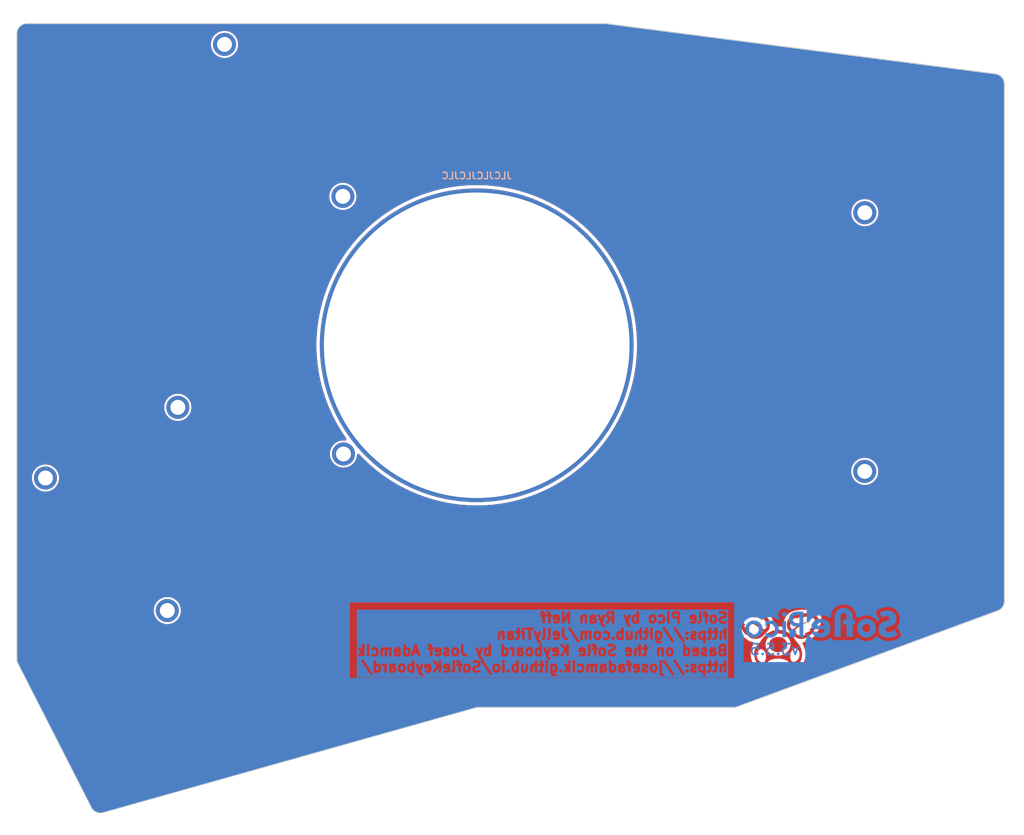
<source format=kicad_pcb>
(kicad_pcb (version 20221018) (generator pcbnew)
  (title_block (date "2024-02-11") (rev "3.5.5"))
  (layers (0 "F.Cu" signal) (31 "B.Cu" signal) (34 "B.Paste" user) (35 "F.Paste" user) (36 "B.SilkS" user "B.Silkscreen") (37 "F.SilkS" user "F.Silkscreen") (38 "B.Mask" user) (39 "F.Mask" user) (44 "Edge.Cuts" user))
  (net 0 "")
  (footprint "Sofle_Pico:backplate_hole_M2_terminate" (layer "F.Cu") (at 103.135 97.115)
    (fp_text reference "TH2" hide)
    (fp_text value "HOLE" hide)
    (pad "" thru_hole circle (at -0.025 -0.075 90) (size 3.4 3.4) (drill 2.2) (layers "*.Cu" "*.Mask" "Dwgs.User") (clearance 0.3))
  )
  (footprint "Sofle_Pico:backplate_hole_M2_terminate" (layer "F.Cu") (at 83.644033 107.525)
    (fp_text reference "TH1" hide)
    (fp_text value "HOLE" hide)
    (pad "" thru_hole circle (at -0.025 -0.075 90) (size 3.4 3.4) (drill 2.2) (layers "*.Cu" "*.Mask" "Dwgs.User") (clearance 0.3))
  )
  (footprint "Sofle_Pico:backplate_hole_M2_terminate" (layer "F.Cu") (at 101.585 127.055)
    (fp_text reference "TH8" hide)
    (fp_text value "HOLE" hide)
    (pad "" thru_hole circle (at -0.025 -0.075 90) (size 3.4 3.4) (drill 2.2) (layers "*.Cu" "*.Mask" "Dwgs.User") (clearance 0.3))
  )
  (footprint "Sofle_Pico:backplate_non-hole_EC11_v3.5.5" (layer "F.Cu") (at 97.995 111.025 180)
    (fp_text reference "SW25" hide)
    (fp_text value "Rotary_Encoder_Switch-Device" hide)
  )
  (footprint "Sofle_Pico:backplate_hole_M2_terminate" (layer "F.Cu") (at 127.435 66.035)
    (fp_text reference "TH3" hide)
    (fp_text value "HOLE" hide)
    (pad "" thru_hole circle (at -0.025 -0.075 90) (size 3.4 3.4) (drill 2.2) (layers "*.Cu" "*.Mask" "Dwgs.User") (clearance 0.3))
  )
  (footprint "Sofle_Pico:backplate_hole_M2_terminate" (layer "F.Cu") (at 204.27 106.55)
    (fp_text reference "TH6" hide)
    (fp_text value "HOLE" hide)
    (pad "" thru_hole circle (at -0.025 -0.075 90) (size 3.4 3.4) (drill 2.2) (layers "*.Cu" "*.Mask" "Dwgs.User") (clearance 0.3))
  )
  (footprint "Sofle_Pico:backplate_hole_M2_terminate" (layer "F.Cu") (at 127.525 103.985)
    (fp_text reference "TH5" hide)
    (fp_text value "HOLE" hide)
    (pad "" thru_hole circle (at -0.025 -0.075 90) (size 3.4 3.4) (drill 2.2) (layers "*.Cu" "*.Mask" "Dwgs.User") (clearance 0.3))
  )
  (footprint "Sofle_Pico:backplate_hole_M2_terminate" (layer "F.Cu") (at 204.285 68.435)
    (fp_text reference "TH4" hide)
    (fp_text value "HOLE" hide)
    (pad "" thru_hole circle (at -0.025 -0.075 90) (size 3.4 3.4) (drill 2.2) (layers "*.Cu" "*.Mask" "Dwgs.User") (clearance 0.3))
  )
  (footprint "Sofle_Pico:backplate_hole_M2_terminate" (layer "F.Cu") (at 110.005 43.642432)
    (fp_text reference "TH7" hide)
    (fp_text value "HOLE" hide)
    (pad "" thru_hole circle (at -0.025 -0.075 90) (size 3.4 3.4) (drill 2.2) (layers "*.Cu" "*.Mask" "Dwgs.User") (clearance 0.3))
  )
  (footprint "Sofle_Pico:Sofle Pico Logo copper" (layer "F.Cu") (at 191.545 131.885)
    (fp_text reference "REF**" hide)
    (fp_text value "Sofle Pico Logo copper" hide)
    (fp_poly (pts (xy -3.387048 -4.521368) (xy -3.347278 -4.519777) (xy -3.307413 -4.517242) (xy -3.267498 -4.513748) (xy -3.227583 -4.509279) (xy -3.187713 -4.50382) (xy -3.147937 -4.497354) (xy -3.108302 -4.489867) (xy -3.068854 -4.481341) (xy -3.029641 -4.471762) (xy -2.990711 -4.461114) (xy -2.952111 -4.449381) (xy -2.913887 -4.436547) (xy -2.876088 -4.422597) (xy -2.83876 -4.407514) (xy -2.757808 -4.410971) (xy -2.67615 -4.408638) (xy -2.594075 -4.400644) (xy -2.511873 -4.387116) (xy -2.429834 -4.368184) (xy -2.34825 -4.343976) (xy -2.267409 -4.314621) (xy -2.187602 -4.280247) (xy -2.109119 -4.240983) (xy -2.032251 -4.196958) (xy -1.957287 -4.1483) (xy -1.884517 -4.095137) (xy -1.814233 -4.037599) (xy -1.746723 -3.975813) (xy -1.682279 -3.909909) (xy -1.62119 -3.840015) (xy -1.563746 -3.766259) (xy -1.510238 -3.688771) (xy -1.460955 -3.607679) (xy -1.416189 -3.523111) (xy -1.376228 -3.435196) (xy -1.341364 -3.344062) (xy -1.311886 -3.249839) (xy -1.288085 -3.152654) (xy -1.27025 -3.052636) (xy -1.258672 -2.949915) (xy -1.253642 -2.844618) (xy -1.255448 -2.736874) (xy -1.264382 -2.626812) (xy -1.280733 -2.51456) (xy -1.304792 -2.400246) (xy -1.336849 -2.284) (xy -1.354922 -2.238251) (xy -1.375187 -2.193539) (xy -1.397558 -2.149913) (xy -1.421952 -2.107423) (xy -1.448285 -2.066117) (xy -1.476471 -2.026045) (xy -1.506428 -1.987255) (xy -1.538071 -1.949797) (xy -1.571315 -1.913719) (xy -1.606076 -1.87907) (xy -1.64227 -1.845899) (xy -1.679814 -1.814256) (xy -1.718622 -1.784188) (xy -1.758611 -1.755746) (xy -1.799696 -1.728978) (xy -1.841792 -1.703933) (xy -1.890629 -1.629738) (xy -1.940463 -1.558343) (xy -1.991546 -1.489673) (xy -2.044134 -1.423655) (xy -2.098481 -1.360215) (xy -2.154841 -1.299278) (xy -2.213468 -1.24077) (xy -2.274617 -1.184617) (xy -2.33854 -1.130745) (xy -2.405494 -1.07908) (xy -2.475732 -1.029548) (xy -2.549507 -0.982075) (xy -2.627075 -0.936586) (xy -2.70869 -0.893008) (xy -2.794605 -0.851266) (xy -2.885075 -0.811287) (xy -2.962891 -0.79064) (xy -3.052791 -0.774146) (xy -3.152802 -0.76228) (xy -3.260953 -0.755513) (xy -3.375271 -0.754319) (xy -3.493787 -0.759172) (xy -3.614526 -0.770543) (xy -3.735518 -0.788905) (xy -3.854791 -0.814733) (xy -3.970373 -0.848498) (xy -4.026164 -0.868506) (xy -4.080292 -0.890675) (xy -4.132512 -0.915064) (xy -4.182577 -0.941734) (xy -4.23024 -0.970744) (xy -4.275255 -1.002151) (xy -4.317376 -1.036016) (xy -4.356355 -1.072397) (xy -4.391947 -1.111355) (xy -4.423905 -1.152946) (xy -4.451983 -1.197232) (xy -4.475934 -1.244271) (xy -4.551064 -1.272576) (xy -4.597217 -1.29149) (xy -4.64789 -1.314283) (xy -4.702179 -1.341483) (xy -4.75918 -1.373621) (xy -4.817989 -1.411223) (xy -4.877703 -1.45482) (xy -4.937417 -1.504941) (xy -4.996228 -1.562113) (xy -5.025012 -1.593509) (xy -5.053231 -1.626866) (xy -5.080773 -1.66225) (xy -5.107523 -1.699728) (xy -5.13337 -1.739366) (xy -5.1582 -1.781229) (xy -5.181901 -1.825384) (xy -5.204359 -1.871897) (xy -5.225461 -1.920834) (xy -5.245094 -1.972261) (xy -5.263145 -2.026244) (xy -5.279502 -2.08285) (xy -5.316471 -2.118302) (xy -5.351215 -2.156768) (xy -5.383704 -2.197939) (xy -5.413908 -2.241502) (xy -5.441797 -2.287148) (xy -5.467341 -2.334567) (xy -5.490511 -2.383447) (xy -5.511276 -2.433479) (xy -5.529606 -2.484351) (xy -5.545472 -2.535753) (xy -5.558843 -2.587375) (xy -5.56969 -2.638905) (xy -5.577983 -2.690034) (xy -5.583691 -2.740452) (xy -5.586785 -2.789846) (xy -5.587235 -2.837907) (xy -5.607182 -2.865858) (xy -5.62606 -2.895127) (xy -5.643915 -2.925578) (xy -5.660792 -2.957075) (xy -5.676736 -2.989482) (xy -5.691792 -3.022661) (xy -5.706006 -3.056476) (xy -5.719423 -3.090792) (xy -5.744047 -3.160377) (xy -5.766027 -3.230325) (xy -5.785724 -3.299545) (xy -5.803501 -3.366945) (xy -5.811963 -3.405845) (xy -5.819853 -3.444962) (xy -5.826919 -3.484269) (xy -5.832907 -3.523744) (xy -5.837566 -3.56336) (xy -5.839317 -3.583214) (xy -5.840641 -3.603095) (xy -5.841506 -3.622998) (xy -5.841756 -3.636308) (xy -5.377817 -3.636308) (xy -5.37248 -3.574614) (xy -5.362912 -3.515713) (xy -5.349511 -3.459545) (xy -5.332675 -3.40605) (xy -5.312803 -3.355168) (xy -5.290293 -3.306839) (xy -5.265545 -3.261002) (xy -5.238955 -3.217599) (xy -5.210924 -3.176568) (xy -5.18185 -3.13785) (xy -5.122164 -3.067112) (xy -5.063087 -3.004904) (xy -5.007806 -2.950747) (xy -4.95951 -2.90416) (xy -4.921386 -2.864663) (xy -4.907136 -2.847423) (xy -4.896624 -2.831775) (xy -4.890249 -2.81766) (xy -4.888411 -2.805017) (xy -4.891506 -2.793786) (xy -4.899935 -2.783907) (xy -4.914094 -2.775321) (xy -4.934384 -2.767966) (xy -4.961202 -2.761784) (xy -4.994947 -2.756714) (xy -5.084811 -2.74967) (xy -5.076591 -2.695649) (xy -5.063411 -2.644223) (xy -5.045759 -2.595337) (xy -5.024116 -2.548939) (xy -4.99897 -2.504976) (xy -4.970804 -2.463395) (xy -4.940102 -2.424143) (xy -4.907349 -2.387166) (xy -4.873031 -2.352412) (xy -4.837631 -2.319828) (xy -4.765526 -2.260958) (xy -4.69491 -2.210131) (xy -4.629661 -2.166923) (xy -4.53077 -2.101669) (xy -4.515459 -2.089455) (xy -4.504882 -2.078775) (xy -4.499524 -2.069575) (xy -4.499869 -2.061804) (xy -4.506402 -2.055407) (xy -4.519607 -2.050332) (xy -4.539969 -2.046526) (xy -4.567973 -2.043936) (xy -4.648844 -2.042192) (xy -4.766097 -2.044674) (xy -4.746229 -2.006548) (xy -4.721006 -1.970597) (xy -4.690952 -1.936718) (xy -4.656588 -1.904809) (xy -4.618437 -1.874766) (xy -4.577021 -1.846486) (xy -4.532863 -1.819868) (xy -4.486485 -1.794807) (xy -4.38916 -1.748949) (xy -4.289223 -1.70809) (xy -4.098234 -1.638078) (xy -4.015541 -1.60728) (xy -3.946953 -1.578191) (xy -3.919255 -1.564031) (xy -3.89665 -1.549989) (xy -3.879662 -1.535963) (xy -3.868812 -1.52185) (xy -3.864623 -1.507548) (xy -3.867618 -1.492953) (xy -3.878318 -1.477963) (xy -3.897246 -1.462475) (xy -3.924925 -1.446386) (xy -3.961876 -1.429594) (xy -4.008623 -1.411995) (xy -4.065688 -1.393487) (xy -3.978312 -1.347735) (xy -3.884367 -1.305502) (xy -3.784545 -1.26824) (xy -3.679543 -1.237401) (xy -3.570057 -1.214438) (xy -3.456781 -1.200804) (xy -3.398939 -1.197939) (xy -3.34041 -1.197952) (xy -3.281282 -1.201022) (xy -3.221641 -1.207333) (xy -3.161575 -1.217066) (xy -3.101169 -1.230402) (xy -3.040511 -1.247523) (xy -2.979688 -1.26861) (xy -2.918787 -1.293845) (xy -2.857895 -1.32341) (xy -2.797098 -1.357486) (xy -2.736484 -1.396255) (xy -2.67614 -1.439899) (xy -2.616152 -1.488598) (xy -2.556607 -1.542535) (xy -2.497592 -1.601891) (xy -2.439195 -1.666848) (xy -2.381502 -1.737587) (xy -2.324599 -1.81429) (xy -2.268575 -1.897138) (xy -2.336873 -1.969568) (xy -2.412153 -2.043549) (xy -2.494663 -2.119147) (xy -2.584651 -2.196429) (xy -2.682365 -2.27546) (xy -2.788055 -2.356307) (xy -3.024355 -2.523714) (xy -3.29554 -2.69918) (xy -3.603597 -2.883233) (xy -3.950514 -3.076405) (xy -4.338281 -3.279224) (xy -4.180226 -3.225083) (xy -4.024199 -3.168644) (xy -3.870266 -3.109832) (xy -3.718492 -3.048575) (xy -3.568945 -2.9848) (xy -3.421691 -2.918433) (xy -3.276795 -2.849403) (xy -3.134325 -2.777637) (xy -2.994347 -2.70306) (xy -2.856926 -2.625601) (xy -2.72213 -2.545185) (xy -2.590025 -2.461742) (xy -2.460677 -2.375196) (xy -2.334153 -2.285476) (xy -2.210518 -2.192509) (xy -2.089839 -2.096221) (xy -2.025031 -2.13412) (xy -1.966862 -2.176469) (xy -1.915202 -2.222943) (xy -1.86992 -2.273213) (xy -1.830884 -2.326952) (xy -1.797962 -2.383835) (xy -1.771023 -2.443533) (xy -1.749936 -2.505719) (xy -1.734569 -2.570068) (xy -1.724791 -2.63625) (xy -1.720471 -2.703941) (xy -1.721476 -2.772811) (xy -1.727676 -2.842536) (xy -1.738939 -2.912786) (xy -1.755133 -2.983236) (xy -1.776128 -3.053559) (xy -1.801792 -3.123426) (xy -1.831993 -3.192512) (xy -1.8666 -3.26049) (xy -1.905482 -3.327031) (xy -1.948506 -3.39181) (xy -1.995543 -3.454498) (xy -2.046459 -3.51477) (xy -2.101125 -3.572298) (xy -2.159407 -3.626755) (xy -2.221176 -3.677814) (xy -2.2863 -3.725148) (xy -2.354646 -3.76843) (xy -2.426084 -3.807333) (xy -2.500482 -3.84153) (xy -2.57771 -3.870693) (xy -2.657634 -3.894496) (xy -2.653602 -3.850806) (xy -2.652243 -3.813984) (xy -2.653469 -3.783668) (xy -2.65719 -3.759494) (xy -2.663318 -3.741099) (xy -2.671765 -3.728121) (xy -2.68244 -3.720196) (xy -2.695256 -3.716961) (xy -2.710123 -3.718053) (xy -2.726952 -3.723108) (xy -2.745656 -3.731764) (xy -2.766144 -3.743658) (xy -2.812119 -3.775704) (xy -2.864166 -3.816343) (xy -2.983636 -3.911778) (xy -3.049636 -3.960763) (xy -3.118865 -4.006721) (xy -3.154469 -4.027656) (xy -3.190613 -4.046745) (xy -3.227209 -4.063625) (xy -3.264167 -4.077932) (xy -3.3014 -4.089303) (xy -3.338818 -4.097376) (xy -3.376332 -4.101786) (xy -3.413854 -4.102171) (xy -3.423852 -4.101546) (xy -3.433846 -4.1006) (xy -3.443832 -4.099325) (xy -3.45381 -4.097718) (xy -3.463774 -4.09577) (xy -3.473724 -4.093477) (xy -3.483655 -4.090833) (xy -3.493565 -4.087831) (xy -3.458978 -4.003335) (xy -3.448762 -3.970188) (xy -3.44303 -3.942637) (xy -3.441603 -3.920326) (xy -3.444306 -3.902901) (xy -3.45096 -3.890007) (xy -3.46139 -3.881291) (xy -3.475418 -3.876397) (xy -3.492868 -3.874972) (xy -3.513562 -3.876659) (xy -3.537324 -3.881106) (xy -3.593342 -3.89686) (xy -3.659507 -3.919396) (xy -3.816616 -3.97347) (xy -3.90473 -3.999338) (xy -3.997329 -4.020643) (xy -4.044869 -4.0287) (xy -4.092999 -4.034552) (xy -4.141542 -4.037846) (xy -4.190323 -4.038227) (xy -4.239163 -4.035341) (xy -4.287886 -4.028833) (xy -4.336315 -4.018349) (xy -4.384273 -4.003534) (xy -4.321742 -3.93189) (xy -4.284102 -3.880529) (xy -4.274062 -3.861531) (xy -4.26958 -3.846495) (xy -4.270434 -3.835053) (xy -4.276402 -3.826835) (xy -4.287264 -3.82147) (xy -4.302797 -3.818591) (xy -4.346991 -3.818811) (xy -4.481683 -3.832816) (xy -4.568635 -3.840691) (xy -4.666295 -3.845209) (xy -4.772889 -3.843414) (xy -4.886644 -3.83235) (xy -4.945653 -3.822419) (xy -5.005787 -3.809062) (xy -5.066825 -3.791911) (xy -5.128546 -3.770596) (xy -5.190727 -3.744748) (xy -5.253147 -3.713997) (xy -5.315584 -3.677973) (xy -5.377817 -3.636308) (xy -5.841756 -3.636308) (xy -5.841881 -3.642922) (xy -5.841733 -3.662862) (xy -5.841031 -3.682817) (xy -5.839908 -3.703121) (xy -5.837717 -3.72331) (xy -5.834477 -3.743339) (xy -5.830208 -3.76316) (xy -5.82493 -3.782725) (xy -5.818661 -3.801988) (xy -5.811423 -3.820901) (xy -5.803233 -3.839418) (xy -5.794113 -3.857491) (xy -5.78408 -3.875073) (xy -5.773156 -3.892117) (xy -5.761358 -3.908576) (xy -5.748708 -3.924403) (xy -5.735224 -3.93955) (xy -5.720926 -3.953971) (xy -5.705833 -3.967619) (xy -5.662607 -4.001239) (xy -5.618152 -4.033146) (xy -5.572539 -4.063333) (xy -5.52584 -4.091795) (xy -5.478125 -4.118524) (xy -5.429467 -4.143515) (xy -5.379936 -4.166761) (xy -5.329604 -4.188255) (xy -5.278542 -4.207992) (xy -5.226821 -4.225966) (xy -5.174513 -4.242169) (xy -5.121689 -4.256595) (xy -5.06842 -4.269239) (xy -5.014777 -4.280093) (xy -4.960833 -4.289153) (xy -4.906657 -4.29641) (xy -4.885024 -4.310254) (xy -4.862945 -4.322861) (xy -4.840438 -4.334368) (xy -4.817523 -4.344913) (xy -4.794219 -4.354635) (xy -4.770547 -4.363671) (xy -4.722175 -4.380241) (xy -4.621868 -4.411231) (xy -4.570247 -4.427862) (xy -4.544138 -4.436945) (xy -4.517856 -4.446724) (xy -4.479296 -4.458176) (xy -4.43896 -4.468457) (xy -4.397096 -4.477541) (xy -4.353949 -4.485405) (xy -4.309765 -4.492027) (xy -4.26479 -4.497382) (xy -4.219272 -4.501447) (xy -4.173454 -4.504199) (xy -4.127585 -4.505614) (xy -4.08191 -4.505669) (xy -4.036675 -4.50434) (xy -3.992126 -4.501603) (xy -3.948509 -4.497436) (xy -3.906071 -4.491814) (xy -3.865058 -4.484715) (xy -3.825715 -4.476115) (xy -3.783392 -4.485861) (xy -3.740155 -4.494508) (xy -3.696085 -4.502029) (xy -3.651265 -4.508397) (xy -3.605776 -4.513583) (xy -3.5597 -4.517562) (xy -3.513118 -4.520304) (xy -3.466112 -4.521784) (xy -3.426675 -4.522032)) (stroke (width 0.022619)) (fill solid) (layer "F.Cu"))
    (fp_poly (pts (xy 3.466113 -4.521784) (xy 3.513119 -4.520304) (xy 3.559701 -4.517562) (xy 3.605778 -4.513583) (xy 3.651267 -4.508397) (xy 3.696087 -4.502029) (xy 3.740156 -4.494508) (xy 3.783393 -4.485861) (xy 3.825716 -4.476115) (xy 3.865059 -4.484715) (xy 3.906072 -4.491814) (xy 3.94851 -4.497436) (xy 3.992127 -4.501603) (xy 4.036676 -4.50434) (xy 4.081911 -4.505669) (xy 4.127586 -4.505614) (xy 4.173456 -4.504199) (xy 4.219273 -4.501447) (xy 4.264792 -4.497382) (xy 4.309766 -4.492027) (xy 4.35395 -4.485405) (xy 4.397097 -4.477541) (xy 4.438962 -4.468457) (xy 4.479297 -4.458176) (xy 4.517858 -4.446724) (xy 4.544139 -4.436945) (xy 4.570248 -4.427862) (xy 4.621869 -4.411231) (xy 4.722176 -4.380241) (xy 4.770548 -4.363671) (xy 4.79422 -4.354635) (xy 4.817524 -4.344913) (xy 4.840439 -4.334368) (xy 4.862946 -4.322861) (xy 4.885026 -4.310254) (xy 4.906658 -4.29641) (xy 4.960834 -4.289153) (xy 5.014779 -4.280093) (xy 5.068421 -4.269239) (xy 5.12169 -4.256595) (xy 5.174514 -4.242169) (xy 5.226822 -4.225966) (xy 5.278543 -4.207992) (xy 5.329605 -4.188255) (xy 5.379937 -4.166761) (xy 5.429468 -4.143515) (xy 5.478126 -4.118524) (xy 5.525841 -4.091795) (xy 5.57254 -4.063333) (xy 5.618153 -4.033146) (xy 5.662608 -4.001239) (xy 5.705834 -3.967619) (xy 5.720926 -3.953971) (xy 5.735225 -3.93955) (xy 5.748709 -3.924403) (xy 5.761359 -3.908576) (xy 5.773157 -3.892117) (xy 5.784081 -3.875073) (xy 5.794114 -3.857491) (xy 5.803234 -3.839418) (xy 5.811424 -3.820901) (xy 5.818662 -3.801988) (xy 5.824931 -3.782725) (xy 5.830209 -3.76316) (xy 5.834478 -3.743339) (xy 5.837718 -3.72331) (xy 5.839909 -3.703121) (xy 5.841032 -3.682817) (xy 5.841734 -3.662862) (xy 5.841882 -3.642922) (xy 5.841507 -3.622998) (xy 5.840642 -3.603095) (xy 5.839318 -3.583214) (xy 5.837567 -3.56336) (xy 5.832908 -3.523744) (xy 5.82692 -3.484269) (xy 5.819854 -3.444962) (xy 5.811964 -3.405845) (xy 5.803502 -3.366945) (xy 5.785725 -3.299545) (xy 5.766028 -3.230325) (xy 5.744048 -3.160377) (xy 5.719424 -3.090792) (xy 5.706007 -3.056476) (xy 5.691793 -3.022661) (xy 5.676737 -2.989482) (xy 5.660793 -2.957075) (xy 5.643916 -2.925578) (xy 5.626062 -2.895127) (xy 5.607183 -2.865858) (xy 5.587237 -2.837907) (xy 5.586787 -2.789846) (xy 5.583692 -2.740452) (xy 5.577984 -2.690034) (xy 5.569691 -2.638905) (xy 5.558845 -2.587375) (xy 5.545473 -2.535753) (xy 5.529607 -2.484351) (xy 5.511277 -2.433479) (xy 5.490512 -2.383447) (xy 5.467342 -2.334567) (xy 5.441798 -2.287148) (xy 5.413909 -2.241502) (xy 5.383705 -2.197939) (xy 5.351216 -2.156768) (xy 5.316472 -2.118302) (xy 5.279503 -2.08285) (xy 5.263146 -2.026244) (xy 5.245095 -1.972261) (xy 5.225461 -1.920834) (xy 5.204359 -1.871897) (xy 5.181902 -1.825384) (xy 5.158201 -1.781229) (xy 5.133371 -1.739366) (xy 5.107524 -1.699728) (xy 5.080774 -1.66225) (xy 5.053232 -1.626866) (xy 5.025013 -1.593509) (xy 4.996229 -1.562113) (xy 4.937418 -1.504941) (xy 4.877704 -1.45482) (xy 4.81799 -1.411223) (xy 4.759181 -1.373621) (xy 4.70218 -1.341483) (xy 4.647891 -1.314283) (xy 4.597219 -1.29149) (xy 4.551066 -1.272576) (xy 4.475935 -1.244271) (xy 4.451984 -1.197232) (xy 4.423907 -1.152946) (xy 4.391948 -1.111355) (xy 4.356356 -1.072398) (xy 4.317377 -1.036016) (xy 4.275256 -1.002151) (xy 4.230241 -0.970744) (xy 4.182578 -0.941735) (xy 4.132513 -0.915065) (xy 4.080293 -0.890675) (xy 4.026165 -0.868506) (xy 3.970374 -0.848499) (xy 3.854792 -0.814733) (xy 3.735519 -0.788905) (xy 3.614527 -0.770543) (xy 3.493788 -0.759172) (xy 3.375273 -0.754319) (xy 3.260954 -0.755513) (xy 3.152803 -0.76228) (xy 3.052792 -0.774146) (xy 2.962892 -0.79064) (xy 2.885076 -0.811287) (xy 2.794606 -0.851266) (xy 2.708691 -0.893008) (xy 2.627076 -0.936586) (xy 2.549508 -0.982075) (xy 2.475733 -1.029548) (xy 2.405495 -1.07908) (xy 2.338541 -1.130745) (xy 2.274617 -1.184617) (xy 2.213469 -1.24077) (xy 2.154842 -1.299278) (xy 2.098482 -1.360215) (xy 2.044135 -1.423655) (xy 1.991547 -1.489673) (xy 1.940463 -1.558343) (xy 1.89063 -1.629738) (xy 1.841793 -1.703933) (xy 1.799696 -1.728978) (xy 1.758611 -1.755746) (xy 1.718623 -1.784188) (xy 1.679815 -1.814256) (xy 1.642271 -1.845899) (xy 1.606077 -1.87907) (xy 1.571315 -1.913719) (xy 1.538071 -1.949797) (xy 1.506429 -1.987255) (xy 1.476472 -2.026045) (xy 1.448286 -2.066117) (xy 1.421953 -2.107423) (xy 1.397559 -2.149913) (xy 1.375188 -2.193539) (xy 1.354923 -2.238251) (xy 1.33685 -2.284) (xy 1.304793 -2.400246) (xy 1.280734 -2.51456) (xy 1.264383 -2.626812) (xy 1.258122 -2.703941) (xy 1.720471 -2.703941) (xy 1.724791 -2.63625) (xy 1.734569 -2.570068) (xy 1.749936 -2.505719) (xy 1.771023 -2.443533) (xy 1.797962 -2.383835) (xy 1.830884 -2.326952) (xy 1.86992 -2.273213) (xy 1.915203 -2.222943) (xy 1.966862 -2.176469) (xy 2.025031 -2.13412) (xy 2.08984 -2.096221) (xy 2.210518 -2.192509) (xy 2.334153 -2.285476) (xy 2.460677 -2.375196) (xy 2.590025 -2.461742) (xy 2.72213 -2.545185) (xy 2.856926 -2.625601) (xy 2.994346 -2.70306) (xy 3.134325 -2.777637) (xy 3.276795 -2.849403) (xy 3.42169 -2.918433) (xy 3.568945 -2.9848) (xy 3.718492 -3.048575) (xy 3.870266 -3.109832) (xy 4.024199 -3.168644) (xy 4.180226 -3.225083) (xy 4.338281 -3.279224) (xy 3.950514 -3.076405) (xy 3.603597 -2.883233) (xy 3.29554 -2.69918) (xy 3.024356 -2.523714) (xy 2.788055 -2.356307) (xy 2.682365 -2.27546) (xy 2.584651 -2.196429) (xy 2.494663 -2.119147) (xy 2.412153 -2.043549) (xy 2.336873 -1.969568) (xy 2.268575 -1.897138) (xy 2.324599 -1.81429) (xy 2.381502 -1.737587) (xy 2.439195 -1.666848) (xy 2.497592 -1.601891) (xy 2.556607 -1.542535) (xy 2.616152 -1.488598) (xy 2.67614 -1.439899) (xy 2.736485 -1.396255) (xy 2.797099 -1.357486) (xy 2.857895 -1.32341) (xy 2.918788 -1.293845) (xy 2.979689 -1.26861) (xy 3.040512 -1.247523) (xy 3.101169 -1.230402) (xy 3.161575 -1.217066) (xy 3.221642 -1.207333) (xy 3.281283 -1.201022) (xy 3.340411 -1.197952) (xy 3.398939 -1.197939) (xy 3.456781 -1.200804) (xy 3.570057 -1.214438) (xy 3.679544 -1.237401) (xy 3.784545 -1.26824) (xy 3.884367 -1.305502) (xy 3.978312 -1.347735) (xy 4.065687 -1.393487) (xy 4.008623 -1.411995) (xy 3.961876 -1.429594) (xy 3.924924 -1.446386) (xy 3.897246 -1.462475) (xy 3.878317 -1.477963) (xy 3.867617 -1.492953) (xy 3.864623 -1.507548) (xy 3.868812 -1.52185) (xy 3.879662 -1.535963) (xy 3.89665 -1.549989) (xy 3.919254 -1.564031) (xy 3.946952 -1.578191) (xy 4.01554 -1.60728) (xy 4.098234 -1.638078) (xy 4.289223 -1.70809) (xy 4.389159 -1.748949) (xy 4.486485 -1.794807) (xy 4.532863 -1.819868) (xy 4.577021 -1.846486) (xy 4.618437 -1.874766) (xy 4.656588 -1.904809) (xy 4.690952 -1.936718) (xy 4.721006 -1.970597) (xy 4.746229 -2.006548) (xy 4.766097 -2.044674) (xy 4.648844 -2.042192) (xy 4.567973 -2.043936) (xy 4.539969 -2.046526) (xy 4.519607 -2.050332) (xy 4.506402 -2.055407) (xy 4.499869 -2.061804) (xy 4.499524 -2.069575) (xy 4.504882 -2.078775) (xy 4.515459 -2.089455) (xy 4.53077 -2.101669) (xy 4.629661 -2.166923) (xy 4.69491 -2.210131) (xy 4.765526 -2.260958) (xy 4.837631 -2.319828) (xy 4.873031 -2.352412) (xy 4.90735 -2.387166) (xy 4.940102 -2.424143) (xy 4.970804 -2.463395) (xy 4.99897 -2.504976) (xy 5.024117 -2.548939) (xy 5.045759 -2.595337) (xy 5.063411 -2.644223) (xy 5.076591 -2.695649) (xy 5.084811 -2.74967) (xy 4.994947 -2.756714) (xy 4.961202 -2.761784) (xy 4.934384 -2.767966) (xy 4.914094 -2.775321) (xy 4.899934 -2.783907) (xy 4.891506 -2.793786) (xy 4.88841 -2.805017) (xy 4.890249 -2.81766) (xy 4.896624 -2.831775) (xy 4.907136 -2.847423) (xy 4.921386 -2.864663) (xy 4.95951 -2.90416) (xy 5.007806 -2.950747) (xy 5.063087 -3.004904) (xy 5.122164 -3.067112) (xy 5.18185 -3.13785) (xy 5.210924 -3.176568) (xy 5.238956 -3.217599) (xy 5.265545 -3.261002) (xy 5.290293 -3.306839) (xy 5.312803 -3.355168) (xy 5.332675 -3.40605) (xy 5.349511 -3.459545) (xy 5.362912 -3.515713) (xy 5.372481 -3.574614) (xy 5.377817 -3.636308) (xy 5.315584 -3.677973) (xy 5.253147 -3.713997) (xy 5.190727 -3.744748) (xy 5.128546 -3.770596) (xy 5.066826 -3.791911) (xy 5.005788 -3.809062) (xy 4.945653 -3.822419) (xy 4.886644 -3.83235) (xy 4.772889 -3.843414) (xy 4.666295 -3.845209) (xy 4.568636 -3.840691) (xy 4.481683 -3.832816) (xy 4.346991 -3.818811) (xy 4.302797 -3.818591) (xy 4.287264 -3.82147) (xy 4.276403 -3.826835) (xy 4.270434 -3.835053) (xy 4.26958 -3.846495) (xy 4.274062 -3.861531) (xy 4.284102 -3.880529) (xy 4.321742 -3.93189) (xy 4.384273 -4.003534) (xy 4.336315 -4.018349) (xy 4.287886 -4.028833) (xy 4.239163 -4.035341) (xy 4.190323 -4.038227) (xy 4.141542 -4.037846) (xy 4.092999 -4.034552) (xy 4.044869 -4.0287) (xy 3.997329 -4.020643) (xy 3.90473 -3.999338) (xy 3.816617 -3.97347) (xy 3.659507 -3.919396) (xy 3.593342 -3.89686) (xy 3.537324 -3.881106) (xy 3.513562 -3.876659) (xy 3.492868 -3.874972) (xy 3.475419 -3.876397) (xy 3.46139 -3.881291) (xy 3.45096 -3.890007) (xy 3.444306 -3.902901) (xy 3.441603 -3.920326) (xy 3.44303 -3.942637) (xy 3.448762 -3.970188) (xy 3.458977 -4.003335) (xy 3.493565 -4.087831) (xy 3.483655 -4.090833) (xy 3.473724 -4.093477) (xy 3.463774 -4.09577) (xy 3.45381 -4.097718) (xy 3.443832 -4.099325) (xy 3.433846 -4.1006) (xy 3.423852 -4.101546) (xy 3.413854 -4.102171) (xy 3.376332 -4.101786) (xy 3.338818 -4.097376) (xy 3.3014 -4.089303) (xy 3.264167 -4.077932) (xy 3.227209 -4.063625) (xy 3.190613 -4.046745) (xy 3.154469 -4.027656) (xy 3.118866 -4.006721) (xy 3.049636 -3.960763) (xy 2.983636 -3.911778) (xy 2.864167 -3.816343) (xy 2.812119 -3.775704) (xy 2.766144 -3.743658) (xy 2.745656 -3.731764) (xy 2.726953 -3.723108) (xy 2.710123 -3.718053) (xy 2.695256 -3.716961) (xy 2.68244 -3.720196) (xy 2.671765 -3.728121) (xy 2.663319 -3.741099) (xy 2.65719 -3.759494) (xy 2.653469 -3.783668) (xy 2.652243 -3.813984) (xy 2.653602 -3.850806) (xy 2.657634 -3.894496) (xy 2.577709 -3.870693) (xy 2.500482 -3.84153) (xy 2.426084 -3.807333) (xy 2.354646 -3.76843) (xy 2.286299 -3.725148) (xy 2.221176 -3.677814) (xy 2.159407 -3.626755) (xy 2.101124 -3.572298) (xy 2.046459 -3.51477) (xy 1.995542 -3.454498) (xy 1.948506 -3.39181) (xy 1.905481 -3.327031) (xy 1.8666 -3.26049) (xy 1.831993 -3.192512) (xy 1.801792 -3.123426) (xy 1.776128 -3.053559) (xy 1.755133 -2.983236) (xy 1.738939 -2.912786) (xy 1.727676 -2.842536) (xy 1.721476 -2.772811) (xy 1.720471 -2.703941) (xy 1.258122 -2.703941) (xy 1.255449 -2.736874) (xy 1.253642 -2.844618) (xy 1.258673 -2.949915) (xy 1.270251 -3.052636) (xy 1.288086 -3.152654) (xy 1.311887 -3.249839) (xy 1.341365 -3.344062) (xy 1.376229 -3.435196) (xy 1.416189 -3.523111) (xy 1.460956 -3.607679) (xy 1.510238 -3.688771) (xy 1.563747 -3.766259) (xy 1.62119 -3.840015) (xy 1.68228 -3.909909) (xy 1.746724 -3.975813) (xy 1.814234 -4.037598) (xy 1.884518 -4.095137) (xy 1.957288 -4.1483) (xy 2.032252 -4.196958) (xy 2.10912 -4.240983) (xy 2.187603 -4.280247) (xy 2.26741 -4.314621) (xy 2.348251 -4.343976) (xy 2.429835 -4.368184) (xy 2.511874 -4.387116) (xy 2.594076 -4.400644) (xy 2.676151 -4.408638) (xy 2.75781 -4.410971) (xy 2.838761 -4.407514) (xy 2.876089 -4.422597) (xy 2.913888 -4.436547) (xy 2.952112 -4.449381) (xy 2.990712 -4.461114) (xy 3.029642 -4.471762) (xy 3.068855 -4.481341) (xy 3.108302 -4.489867) (xy 3.147938 -4.497354) (xy 3.187714 -4.50382) (xy 3.227584 -4.509279) (xy 3.267499 -4.513748) (xy 3.307414 -4.517242) (xy 3.34728 -4.519777) (xy 3.38705 -4.521368) (xy 3.426677 -4.522032)) (stroke (width 0.022619)) (fill solid) (layer "F.Cu"))
    (fp_poly (pts (xy -0.047356 -2.071293) (xy 0.180033 -2.055301) (xy 0.396063 -2.029179) (xy 0.601394 -1.992567) (xy 0.700253 -1.970215) (xy 0.796686 -1.945104) (xy 0.890773 -1.917191) (xy 0.982599 -1.88643) (xy 1.072245 -1.852776) (xy 1.159795 -1.816184) (xy 1.24533 -1.776608) (xy 1.328933 -1.734005) (xy 1.410687 -1.688327) (xy 1.490674 -1.639532) (xy 1.568978 -1.587572) (xy 1.645679 -1.532404) (xy 1.720862 -1.473982) (xy 1.794608 -1.412261) (xy 1.867 -1.347196) (xy 1.938121 -1.278742) (xy 2.07688 -1.131487) (xy 2.211544 -0.970133) (xy 2.342773 -0.794322) (xy 2.47123 -0.603692) (xy 2.597572 -0.397881) (xy 2.712463 -0.281833) (xy 2.82128 -0.160339) (xy 2.923546 -0.033595) (xy 3.01878 0.098201) (xy 3.106505 0.234854) (xy 3.186239 0.376169) (xy 3.257505 0.521949) (xy 3.319823 0.671997) (xy 3.372714 0.826119) (xy 3.415698 0.984118) (xy 3.448297 1.145798) (xy 3.470031 1.310963) (xy 3.480421 1.479417) (xy 3.478988 1.650964) (xy 3.465252 1.825409) (xy 3.438735 2.002554) (xy 3.420639 2.090108) (xy 3.399542 2.174377) (xy 3.375633 2.255417) (xy 3.349098 2.333285) (xy 3.320126 2.408037) (xy 3.288903 2.479728) (xy 3.255617 2.548416) (xy 3.220457 2.614157) (xy 3.183608 2.677005) (xy 3.14526 2.737019) (xy 3.105598 2.794253) (xy 3.064811 2.848765) (xy 3.023087 2.90061) (xy 2.980612 2.949845) (xy 2.937575 2.996525) (xy 2.894162 3.040708) (xy 2.806962 3.121804) (xy 2.72051 3.193582) (xy 2.636307 3.256491) (xy 2.555853 3.310983) (xy 2.480649 3.357506) (xy 2.412194 3.396509) (xy 2.301531 3.453757) (xy 2.248929 3.526839) (xy 2.194245 3.597001) (xy 2.079014 3.728713) (xy 1.956604 3.8492) (xy 1.827779 3.958768) (xy 1.693305 4.057722) (xy 1.553944 4.14637) (xy 1.410463 4.225018) (xy 1.263626 4.29397) (xy 1.114197 4.353535) (xy 0.962942 4.404018) (xy 0.810624 4.445725) (xy 0.65801 4.478963) (xy 0.505863 4.504037) (xy 0.354948 4.521254) (xy 0.206029 4.530921) (xy 0.059872 4.533342) (xy -0.094218 4.530022) (xy -0.251396 4.519569) (xy -0.410838 4.50167) (xy -0.571721 4.476012) (xy -0.733223 4.442279) (xy -0.894521 4.40016) (xy -1.054792 4.34934) (xy -1.213214 4.289505) (xy -1.368965 4.220341) (xy -1.521221 4.141536) (xy -1.66916 4.052775) (xy -1.811959 3.953744) (xy -1.948796 3.844131) (xy -2.014722 3.785257) (xy -2.078848 3.72362) (xy -2.141072 3.65918) (xy -2.201292 3.591899) (xy -2.259404 3.521737) (xy -2.315306 3.448654) (xy -2.432912 3.391403) (xy -2.505664 3.352396) (xy -2.585589 3.30587) (xy -2.671092 3.251373) (xy -2.76058 3.188458) (xy -2.852459 3.116674) (xy -2.936727 3.042929) (xy -1.725871 3.042929) (xy -1.723077 3.094777) (xy -1.714835 3.146686) (xy -1.701356 3.198541) (xy -1.68285 3.250229) (xy -1.659528 3.301636) (xy -1.631601 3.352648) (xy -1.599281 3.403152) (xy -1.562776 3.453033) (xy -1.478061 3.550472) (xy -1.37914 3.644055) (xy -1.267701 3.73287) (xy -1.145428 3.816008) (xy -1.01401 3.892557) (xy -0.87513 3.961607) (xy -0.730476 4.022246) (xy -0.581733 4.073564) (xy -0.430587 4.11465) (xy -0.278725 4.144593) (xy -0.127833 4.162483) (xy 0.020404 4.167409) (xy 0.102458 4.167302) (xy 0.184187 4.163379) (xy 0.265443 4.155814) (xy 0.346075 4.144781) (xy 0.425934 4.130457) (xy 0.504872 4.113016) (xy 0.582737 4.092634) (xy 0.659381 4.069484) (xy 0.734654 4.043742) (xy 0.808406 4.015584) (xy 0.880488 3.985184) (xy 0.95075 3.952716) (xy 1.019043 3.918357) (xy 1.085217 3.882282) (xy 1.149122 3.844664) (xy 1.210609 3.80568) (xy 1.269529 3.765504) (xy 1.325731 3.724311) (xy 1.379066 3.682276) (xy 1.429385 3.639575) (xy 1.476539 3.596381) (xy 1.520376 3.552872) (xy 1.560749 3.50922) (xy 1.597506 3.465602) (xy 1.6305 3.422191) (xy 1.659579 3.379165) (xy 1.684596 3.336696) (xy 1.705399 3.294961) (xy 1.72184 3.254134) (xy 1.733768 3.214391) (xy 1.741035 3.175905) (xy 1.74349 3.138854) (xy 1.741757 3.094811) (xy 1.735982 3.050796) (xy 1.72623 3.006898) (xy 1.712568 2.963203) (xy 1.695061 2.919799) (xy 1.673777 2.876772) (xy 1.620137 2.7922) (xy 1.552175 2.710186) (xy 1.470421 2.631426) (xy 1.375402 2.55662) (xy 1.267647 2.486464) (xy 1.147683 2.421657) (xy 1.016038 2.362897) (xy 0.873242 2.31088) (xy 0.719821 2.266305) (xy 0.556304 2.22987) (xy 0.383218 2.202272) (xy 0.201093 2.184209) (xy 0.010457 2.17638) (xy -0.087629 2.176913) (xy -0.183415 2.179717) (xy -0.276847 2.184734) (xy -0.367873 2.19191) (xy -0.45644 2.201189) (xy -0.542496 2.212515) (xy -0.625988 2.225832) (xy -0.706863 2.241085) (xy -0.785069 2.258218) (xy -0.860553 2.277174) (xy -0.933262 2.297899) (xy -1.003144 2.320337) (xy -1.070145 2.344432) (xy -1.134214 2.370128) (xy -1.195297 2.397369) (xy -1.253342 2.4261) (xy -1.308296 2.456265) (xy -1.360106 2.487809) (xy -1.40872 2.520675) (xy -1.454085 2.554807) (xy -1.496149 2.590151) (xy -1.534858 2.626651) (xy -1.57016 2.66425) (xy -1.602003 2.702892) (xy -1.630333 2.742523) (xy -1.655098 2.783087) (xy -1.676245 2.824527) (xy -1.693722 2.866789) (xy -1.707476 2.909815) (xy -1.717454 2.953551) (xy -1.723603 2.997941) (xy -1.725871 3.042929) (xy -2.936727 3.042929) (xy -2.945134 3.035572) (xy -3.03701 2.944703) (xy -3.126495 2.843618) (xy -3.211993 2.731866) (xy -3.252749 2.67185) (xy -3.29191 2.608999) (xy -3.329278 2.543256) (xy -3.364653 2.474566) (xy -3.397835 2.402873) (xy -3.428626 2.32812) (xy -3.456826 2.250251) (xy -3.482236 2.169209) (xy -3.504656 2.08494) (xy -3.523888 1.997386) (xy -3.540023 1.909) (xy -3.553303 1.822247) (xy -3.563751 1.737085) (xy -3.566971 1.701835) (xy -3.198383 1.701835) (xy -3.194071 1.798668) (xy -3.188527 1.848358) (xy -3.180561 1.898833) (xy -3.170051 1.950045) (xy -3.156876 2.001944) (xy -3.140913 2.054484) (xy -3.122041 2.107615) (xy -3.100136 2.16129) (xy -3.075077 2.21546) (xy -3.045004 2.261011) (xy -3.01414 2.304157) (xy -2.98255 2.344928) (xy -2.950302 2.383355) (xy -2.917464 2.419468) (xy -2.884101 2.453297) (xy -2.850282 2.484873) (xy -2.816073 2.514224) (xy -2.781541 2.541383) (xy -2.746754 2.566379) (xy -2.711778 2.589241) (xy -2.67668 2.610001) (xy -2.641528 2.628689) (xy -2.606389 2.645334) (xy -2.571329 2.659968) (xy -2.536416 2.672619) (xy -2.501717 2.683319) (xy -2.467298 2.692097) (xy -2.433227 2.698985) (xy -2.399571 2.704011) (xy -2.366397 2.707206) (xy -2.333772 2.708601) (xy -2.301763 2.708226) (xy -2.270437 2.70611) (xy -2.239861 2.702284) (xy -2.210102 2.696779) (xy -2.181228 2.689624) (xy -2.153304 2.68085) (xy -2.126399 2.670486) (xy -2.10058 2.658564) (xy -2.075913 2.645113) (xy -2.052465 2.630163) (xy -2.028863 2.607486) (xy -2.006512 2.581155) (xy -1.98544 2.551373) (xy -1.965674 2.518346) (xy -1.930172 2.443365) (xy -1.900223 2.357844) (xy -1.876046 2.26341) (xy -1.857861 2.161693) (xy -1.845885 2.054324) (xy -1.840337 1.942931) (xy -1.841004 1.874008) (xy 1.739165 1.874008) (xy 1.744713 1.985401) (xy 1.756688 2.092771) (xy 1.774874 2.194487) (xy 1.799051 2.288921) (xy 1.829 2.374443) (xy 1.846071 2.413352) (xy 1.864503 2.449423) (xy 1.884268 2.482451) (xy 1.90534 2.512232) (xy 1.927691 2.538563) (xy 1.951294 2.56124) (xy 1.974742 2.57619) (xy 1.999409 2.589641) (xy 2.025228 2.601563) (xy 2.052133 2.611927) (xy 2.080056 2.620701) (xy 2.108931 2.627856) (xy 2.13869 2.633361) (xy 2.169266 2.637187) (xy 2.200592 2.639303) (xy 2.232601 2.639678) (xy 2.265226 2.638283) (xy 2.2984 2.635088) (xy 2.332056 2.630062) (xy 2.366127 2.623174) (xy 2.400545 2.614396) (xy 2.435245 2.603696) (xy 2.470158 2.591044) (xy 2.505218 2.576411) (xy 2.540357 2.559766) (xy 2.575509 2.541078) (xy 2.610607 2.520318) (xy 2.645583 2.497455) (xy 2.68037 2.47246) (xy 2.714902 2.445301) (xy 2.749111 2.415949) (xy 2.78293 2.384374) (xy 2.816292 2.350545) (xy 2.849131 2.314432) (xy 2.881379 2.276005) (xy 2.912968 2.235233) (xy 2.943833 2.192087) (xy 2.973906 2.146537) (xy 2.999159 2.092208) (xy 3.02162 2.038068) (xy 3.041372 1.98418) (xy 3.058495 1.930606) (xy 3.073071 1.877411) (xy 3.085183 1.824657) (xy 3.094912 1.772409) (xy 3.10234 1.720729) (xy 3.10755 1.669681) (xy 3.110622 1.619328) (xy 3.111639 1.569734) (xy 3.110682 1.520962) (xy 3.107834 1.473075) (xy 3.103176 1.426137) (xy 3.09679 1.380211) (xy 3.088758 1.335361) (xy 3.079162 1.291649) (xy 3.068083 1.24914) (xy 3.055605 1.207896) (xy 3.041807 1.167982) (xy 3.026773 1.129459) (xy 3.010584 1.092393) (xy 2.993321 1.056846) (xy 2.975068 1.022881) (xy 2.955905 0.990562) (xy 2.935915 0.959952) (xy 2.915179 0.931116) (xy 2.893779 0.904115) (xy 2.871798 0.879013) (xy 2.849316 0.855875) (xy 2.826416 0.834762) (xy 2.80318 0.815739) (xy 2.782731 0.800325) (xy 2.762285 0.785541) (xy 2.741828 0.771437) (xy 2.721346 0.758061) (xy 2.700825 0.745464) (xy 2.68025 0.733695) (xy 2.659609 0.722804) (xy 2.638887 0.712841) (xy 2.618069 0.703854) (xy 2.597143 0.695894) (xy 2.576093 0.68901) (xy 2.554907 0.683251) (xy 2.533569 0.678668) (xy 2.512067 0.67531) (xy 2.490385 0.673226) (xy 2.468511 0.672466) (xy 2.468512 0.672467) (xy 2.440081 0.673516) (xy 2.411279 0.676942) (xy 2.382076 0.682851) (xy 2.352441 0.691347) (xy 2.322347 0.702537) (xy 2.291762 0.716526) (xy 2.260658 0.733419) (xy 2.229004 0.753322) (xy 2.196772 0.77634) (xy 2.163931 0.802579) (xy 2.130453 0.832144) (xy 2.096307 0.865141) (xy 2.061465 0.901675) (xy 2.025895 0.941852) (xy 1.98957 0.985777) (xy 1.952459 1.033556) (xy 1.924545 1.074787) (xy 1.898704 1.118475) (xy 1.874907 1.164416) (xy 1.853128 1.212407) (xy 1.833338 1.262244) (xy 1.815511 1.313722) (xy 1.785635 1.42079) (xy 1.763281 1.531983) (xy 1.748231 1.645669) (xy 1.740265 1.760221) (xy 1.739165 1.874008) (xy -1.841004 1.874008) (xy -1.841437 1.829144) (xy -1.849403 1.714592) (xy -1.864453 1.600906) (xy -1.886807 1.489713) (xy -1.916683 1.382645) (xy -1.954299 1.28133) (xy -1.976079 1.233339) (xy -1.999875 1.187398) (xy -2.025716 1.14371) (xy -2.053629 1.102479) (xy -2.08693 1.060131) (xy -2.120119 1.021434) (xy -2.153168 0.986271) (xy -2.186048 0.95452) (xy -2.218728 0.926064) (xy -2.25118 0.900782) (xy -2.283373 0.878557) (xy -2.315279 0.859268) (xy -2.346868 0.842796) (xy -2.37811 0.829022) (xy -2.408976 0.817827) (xy -2.439437 0.809091) (xy -2.469463 0.802696) (xy -2.499024 0.798522) (xy -2.528091 0.79645) (xy -2.556635 0.796361) (xy -2.556633 0.79636) (xy -2.570699 0.797022) (xy -2.584624 0.798134) (xy -2.598403 0.799682) (xy -2.612033 0.801652) (xy -2.638831 0.806794) (xy -2.664988 0.81344) (xy -2.690475 0.821472) (xy -2.715261 0.83077) (xy -2.739318 0.841214) (xy -2.762615 0.852685) (xy -2.785124 0.865064) (xy -2.806814 0.87823) (xy -2.827656 0.892065) (xy -2.84762 0.906449) (xy -2.866677 0.921262) (xy -2.884798 0.936386) (xy -2.901952 0.9517) (xy -2.91811 0.967086) (xy -2.950509 1.001768) (xy -2.984454 1.044032) (xy -3.018969 1.093491) (xy -3.053077 1.149759) (xy -3.085801 1.212449) (xy -3.116164 1.281176) (xy -3.143189 1.355553) (xy -3.165901 1.435194) (xy -3.183321 1.519712) (xy -3.194474 1.608721) (xy -3.198383 1.701835) (xy -3.566971 1.701835) (xy -3.571389 1.653474) (xy -3.576243 1.571372) (xy -3.578334 1.490738) (xy -3.577687 1.411532) (xy -3.574324 1.333713) (xy -3.56827 1.257239) (xy -3.559547 1.18207) (xy -3.548179 1.108165) (xy -3.534189 1.035483) (xy -3.517602 0.963983) (xy -3.498439 0.893624) (xy -3.476725 0.824365) (xy -3.452483 0.756165) (xy -3.425736 0.688984) (xy -3.396508 0.622779) (xy -3.364823 0.557512) (xy -3.330703 0.493139) (xy -3.255252 0.366918) (xy -3.170345 0.243787) (xy -3.125082 0.185935) (xy -1.893426 0.185935) (xy -1.889032 0.276517) (xy -1.879127 0.365191) (xy -1.863874 0.451875) (xy -1.843434 0.536485) (xy -1.817969 0.618938) (xy -1.787641 0.699151) (xy -1.752612 0.777041) (xy -1.713044 0.852525) (xy -1.669098 0.92552) (xy -1.620937 0.995942) (xy -1.568722 1.063709) (xy -1.512616 1.128738) (xy -1.45278 1.190944) (xy -1.389375 1.250246) (xy -1.322565 1.306561) (xy -1.252511 1.359804) (xy -1.179375 1.409893) (xy -1.103318 1.456745) (xy -1.024503 1.500277) (xy -0.943091 1.540405) (xy -0.859244 1.577048) (xy -0.773125 1.61012) (xy -0.684895 1.63954) (xy -0.594716 1.665224) (xy -0.502749 1.68709) (xy -0.409158 1.705053) (xy -0.314103 1.719032) (xy -0.217746 1.728942) (xy -0.12025 1.734701) (xy -0.021777 1.736226) (xy 0.076288 1.733062) (xy 0.172601 1.724923) (xy 0.267071 1.711981) (xy 0.359605 1.694407) (xy 0.450109 1.672369) (xy 0.538491 1.64604) (xy 0.624658 1.61559) (xy 0.708518 1.581189) (xy 0.789976 1.543008) (xy 0.868941 1.501217) (xy 0.94532 1.455988) (xy 1.019019 1.40749) (xy 1.089946 1.355895) (xy 1.158009 1.301373) (xy 1.223113 1.244094) (xy 1.285166 1.184229) (xy 1.344076 1.121949) (xy 1.39975 1.057424) (xy 1.452094 0.990825) (xy 1.501016 0.922323) (xy 1.546423 0.852087) (xy 1.588222 0.78029) (xy 1.626321 0.7071) (xy 1.660626 0.63269) (xy 1.691044 0.557229) (xy 1.717483 0.480888) (xy 1.73985 0.403837) (xy 1.758052 0.326248) (xy 1.771995 0.24829) (xy 1.781588 0.170135) (xy 1.786738 0.091953) (xy 1.787351 0.013915) (xy 1.783319 -0.063643) (xy 1.774678 -0.140421) (xy 1.761551 -0.216309) (xy 1.744059 -0.291196) (xy 1.722325 -0.36497) (xy 1.696472 -0.437519) (xy 1.666621 -0.508734) (xy 1.632895 -0.578503) (xy 1.595416 -0.646714) (xy 1.554307 -0.713256) (xy 1.50969 -0.778018) (xy 1.461687 -0.840888) (xy 1.41042 -0.901757) (xy 1.356013 -0.960511) (xy 1.298586 -1.017041) (xy 1.238263 -1.071234) (xy 1.175166 -1.12298) (xy 1.109418 -1.172168) (xy 1.041139 -1.218685) (xy 0.970454 -1.262422) (xy 0.897484 -1.303266) (xy 0.822351 -1.341107) (xy 0.745178 -1.375833) (xy 0.666087 -1.407333) (xy 0.585201 -1.435496) (xy 0.502642 -1.460211) (xy 0.418532 -1.481366) (xy 0.332993 -1.49885) (xy 0.246148 -1.512552) (xy 0.158119 -1.522361) (xy 0.069028 -1.528165) (xy -0.021001 -1.529854) (xy -0.199763 -1.523097) (xy -0.287386 -1.515262) (xy -0.373714 -1.504458) (xy -0.458652 -1.490686) (xy -0.542107 -1.473946) (xy -0.623986 -1.45424) (xy -0.704194 -1.431568) (xy -0.782639 -1.405932) (xy -0.859226 -1.377333) (xy -0.933864 -1.345773) (xy -1.006456 -1.311251) (xy -1.076912 -1.273769) (xy -1.145136 -1.233328) (xy -1.211035 -1.189929) (xy -1.274517 -1.143574) (xy -1.335486 -1.094262) (xy -1.39385 -1.041996) (xy -1.449516 -0.986777) (xy -1.502389 -0.928604) (xy -1.552377 -0.867481) (xy -1.599385 -0.803406) (xy -1.643321 -0.736383) (xy -1.68409 -0.666411) (xy -1.721599 -0.593491) (xy -1.755755 -0.517626) (xy -1.786465 -0.438815) (xy -1.813633 -0.35706) (xy -1.837168 -0.272362) (xy -1.856976 -0.184721) (xy -1.872963 -0.09414) (xy -1.885035 -0.000619) (xy -1.892148 0.093528) (xy -1.893426 0.185935) (xy -3.125082 0.185935) (xy -3.076169 0.123419) (xy -2.972909 0.005487) (xy -2.860755 -0.110336) (xy -2.739892 -0.224378) (xy -2.605973 -0.431966) (xy -2.470537 -0.627638) (xy -2.332927 -0.811314) (xy -2.192487 -0.982914) (xy -2.04856 -1.142359) (xy -1.900488 -1.289569) (xy -1.747616 -1.424465) (xy -1.589287 -1.546968) (xy -1.424843 -1.656998) (xy -1.253627 -1.754476) (xy -1.074984 -1.839322) (xy -0.888255 -1.911457) (xy -0.692785 -1.970801) (xy -0.487916 -2.017274) (xy -0.272993 -2.050799) (xy -0.047356 -2.071294)) (fill solid) (layer "F.Cu"))
  )
  (footprint "Sofle_Pico:backplate_non-hole_Cherry_MX_v3.5.5" (layer "B.Cu") (at 213.795 58.925)
    (fp_text reference "SW6" hide)
    (fp_text value "SW_PUSH_LED" hide)
  )
  (footprint "Sofle_Pico:backplate_non-hole_Cherry_MX_v3.5.5" (layer "B.Cu") (at 115.595 134.925 15)
    (fp_text reference "SW27" hide)
    (fp_text value "SW_PUSH_LED" hide)
  )
  (footprint "Sofle_Pico:backplate_non-hole_Cherry_MX_v3.5.5" (layer "B.Cu") (at 156.645 108.675)
    (fp_text reference "SW21" hide)
    (fp_text value "SW_PUSH_LED" hide)
  )
  (footprint "Sofle_Pico:backplate_non-hole_Cherry_MX_v3.5.5" (layer "B.Cu") (at 94.790746 140.365809 -63)
    (fp_text reference "SW26" hide)
    (fp_text value "SW_PUSH_LED" hide)
  )
  (footprint "Sofle_Pico:backplate_non-hole_Cherry_MX_v3.5.5" (layer "B.Cu") (at 156.645 70.575)
    (fp_text reference "SW9" hide)
    (fp_text value "SW_PUSH_LED" hide)
  )
  (footprint "Sofle_Pico:backplate_non-hole_Cherry_MX_v3.5.5" (layer "B.Cu") (at 175.695 111.175)
    (fp_text reference "SW22" hide)
    (fp_text value "SW_PUSH_LED" hide)
  )
  (footprint "Sofle_Pico:backplate_non-hole_Cherry_MX_v3.5.5" (layer "B.Cu") (at 213.795 77.975)
    (fp_text reference "SW12" hide)
    (fp_text value "SW_PUSH_LED" hide)
  )
  (footprint "Sofle_Pico:backplate_non-hole_Cherry_MX_v3.5.5" (layer "B.Cu") (at 137.595 54.025)
    (fp_text reference "SW2" hide)
    (fp_text value "SW_PUSH_LED" hide)
  )
  (footprint "Sofle_Pico:backplate_non-hole_Cherry_MX_v3.5.5" (layer "B.Cu") (at 194.745 77.975)
    (fp_text reference "SW11" hide)
    (fp_text value "SW_PUSH_LED" hide)
  )
  (footprint "Sofle_Pico:backplate_non-hole_Cherry_MX_v3.5.5" (layer "B.Cu") (at 118.545 56.525)
    (fp_text reference "SW1" hide)
    (fp_text value "SW_PUSH_LED" hide)
  )
  (footprint "Sofle_Pico:backplate_non-hole_Cherry_MX_v3.5.5" (layer "B.Cu") (at 194.745 116.075)
    (fp_text reference "SW23" hide)
    (fp_text value "SW_PUSH_LED" hide)
  )
  (footprint "Sofle_Pico:backplate_non-hole_Cherry_MX_v3.5.5" (layer "B.Cu") (at 137.595 111.175)
    (fp_text reference "SW20" hide)
    (fp_text value "SW_PUSH_LED" hide)
  )
  (footprint "Sofle_Pico:backplate_non-hole_Cherry_MX_v3.5.5" (layer "B.Cu") (at 194.745 97.025)
    (fp_text reference "SW17" hide)
    (fp_text value "SW_PUSH_LED" hide)
  )
  (footprint "Sofle_Pico:Sofle Pico Logo text only" (layer "B.Cu") (at 197.865003 128.778068 180)
    (fp_text reference "REF**" hide)
    (fp_text value "Sofle Pico Logo text only" hide)
    (fp_poly (pts (xy 5.748163 -2.121784) (xy 5.196858 -2.121784) (xy 5.196858 0.264742) (xy 5.748163 0.264742)) (fill solid) (layer "B.Cu"))
    (fp_poly (pts (xy 5.489796 1.611958) (xy 5.507963 1.610724) (xy 5.525784 1.608666) (xy 5.543262 1.605785) (xy 5.560394 1.602081) (xy 5.577182 1.597554) (xy 5.593626 1.592203) (xy 5.609724 1.58603) (xy 5.625479 1.579033) (xy 5.640888 1.571214) (xy 5.655953 1.562571) (xy 5.670674 1.553105) (xy 5.685049 1.542816) (xy 5.699081 1.531704) (xy 5.712767 1.519768) (xy 5.72611 1.50701) (xy 5.738868 1.493964) (xy 5.750803 1.480555) (xy 5.761915 1.466782) (xy 5.772204 1.452645) (xy 5.78167 1.438145) (xy 5.790313 1.423281) (xy 5.798132 1.408053) (xy 5.805129 1.392462) (xy 5.811302 1.376506) (xy 5.816652 1.360187) (xy 5.82118 1.343505) (xy 5.824884 1.326458) (xy 5.827764 1.309048) (xy 5.829822 1.291275) (xy 5.831057 1.273137) (xy 5.831468 1.254636) (xy 5.831057 1.236125) (xy 5.829822 1.217959) (xy 5.827764 1.200138) (xy 5.824884 1.182661) (xy 5.82118 1.165528) (xy 5.816652 1.14874) (xy 5.811302 1.132297) (xy 5.805129 1.116198) (xy 5.798132 1.100444) (xy 5.790313 1.085034) (xy 5.78167 1.069969) (xy 5.772204 1.055248) (xy 5.761915 1.040872) (xy 5.750803 1.026841) (xy 5.738868 1.013154) (xy 5.72611 0.999812) (xy 5.713064 0.987054) (xy 5.699655 0.975118) (xy 5.685882 0.964006) (xy 5.671745 0.953717) (xy 5.657245 0.944251) (xy 5.642381 0.935608) (xy 5.627153 0.927789) (xy 5.611561 0.920792) (xy 5.595606 0.914619) (xy 5.579287 0.909268) (xy 5.562604 0.904741) (xy 5.545558 0.901037) (xy 5.528148 0.898156) (xy 5.510374 0.896098) (xy 5.492236 0.894864) (xy 5.473735 0.894452) (xy 5.455224 0.894864) (xy 5.437058 0.896098) (xy 5.419236 0.898156) (xy 5.401759 0.901037) (xy 5.384627 0.904741) (xy 5.367839 0.909268) (xy 5.351396 0.914619) (xy 5.335297 0.920792) (xy 5.319543 0.927789) (xy 5.304133 0.935608) (xy 5.289068 0.944251) (xy 5.274348 0.953717) (xy 5.259972 0.964006) (xy 5.24594 0.975118) (xy 5.232254 0.987054) (xy 5.218911 0.999812) (xy 5.206153 1.013164) (xy 5.194218 1.026879) (xy 5.183106 1.040959) (xy 5.172817 1.055402) (xy 5.163351 1.070208) (xy 5.154708 1.085379) (xy 5.146888 1.100913) (xy 5.139892 1.116811) (xy 5.133719 1.133072) (xy 5.128368 1.149697) (xy 5.123841 1.166686) (xy 5.120137 1.184039) (xy 5.117256 1.201755) (xy 5.115198 1.219835) (xy 5.113964 1.238279) (xy 5.113552 1.257086) (xy 5.113964 1.275004) (xy 5.115198 1.292615) (xy 5.117256 1.309919) (xy 5.120137 1.326918) (xy 5.123841 1.34361) (xy 5.128368 1.359996) (xy 5.133719 1.376076) (xy 5.139892 1.391849) (xy 5.146888 1.407316) (xy 5.154708 1.422477) (xy 5.163351 1.437331) (xy 5.172817 1.45188) (xy 5.183106 1.466122) (xy 5.194218 1.480057) (xy 5.206153 1.493687) (xy 5.218911 1.50701) (xy 5.232244 1.519768) (xy 5.245902 1.531704) (xy 5.259886 1.542816) (xy 5.274195 1.553105) (xy 5.288829 1.562571) (xy 5.303789 1.571214) (xy 5.319075 1.579033) (xy 5.334685 1.58603) (xy 5.350621 1.592203) (xy 5.366883 1.597554) (xy 5.38347 1.602081) (xy 5.400382 1.605785) (xy 5.41762 1.608666) (xy 5.435183 1.610724) (xy 5.453071 1.611958) (xy 5.471285 1.61237)) (fill solid) (layer "B.Cu"))
    (fp_poly (pts (xy 3.417823 1.660341) (xy 3.525747 1.65724) (xy 3.626398 1.652071) (xy 3.719775 1.644835) (xy 3.805878 1.635532) (xy 3.884707 1.624162) (xy 3.956261 1.610724) (xy 4.020542 1.595218) (xy 4.05094 1.586489) (xy 4.080879 1.576841) (xy 4.110358 1.566275) (xy 4.139378 1.554789) (xy 4.167939 1.542385) (xy 4.19604 1.529062) (xy 4.223681 1.51482) (xy 4.250864 1.499659) (xy 4.277587 1.483579) (xy 4.30385 1.466581) (xy 4.329654 1.448664) (xy 4.354998 1.429827) (xy 4.379883 1.410072) (xy 4.404309 1.389399) (xy 4.428275 1.367806) (xy 4.451782 1.345294) (xy 4.491244 1.304827) (xy 4.52816 1.263059) (xy 4.562531 1.219988) (xy 4.594355 1.175616) (xy 4.623633 1.129942) (xy 4.650366 1.082967) (xy 4.674552 1.034689) (xy 4.696193 0.985111) (xy 4.715288 0.93423) (xy 4.731836 0.882048) (xy 4.745839 0.828564) (xy 4.757296 0.773778) (xy 4.766207 0.717691) (xy 4.772572 0.660302) (xy 4.776391 0.601611) (xy 4.777664 0.541619) (xy 4.776304 0.47753) (xy 4.772227 0.415125) (xy 4.765432 0.354405) (xy 4.755918 0.29537) (xy 4.743686 0.238019) (xy 4.728736 0.182353) (xy 4.711067 0.128372) (xy 4.69068 0.076074) (xy 4.667576 0.025462) (xy 4.641752 -0.023466) (xy 4.613211 -0.07071) (xy 4.581951 -0.116269) (xy 4.547973 -0.160143) (xy 4.511277 -0.202333) (xy 4.471863 -0.242838) (xy 4.42973 -0.281659) (xy 4.385291 -0.318451) (xy 4.338957 -0.352869) (xy 4.290727 -0.384914) (xy 4.240603 -0.414584) (xy 4.188583 -0.441882) (xy 4.134668 -0.466805) (xy 4.078859 -0.489355) (xy 4.021154 -0.509531) (xy 3.961554 -0.527333) (xy 3.900059 -0.542762) (xy 3.836669 -0.555817) (xy 3.771383 -0.566499) (xy 3.704203 -0.574807) (xy 3.635127 -0.580741) (xy 3.564157 -0.584301) (xy 3.491291 -0.585488) (xy 3.226667 -0.585488) (xy 3.226667 -2.121784) (xy 2.655762 -2.121784) (xy 2.655762 1.134574) (xy 3.226667 1.134574) (xy 3.226667 -0.056238) (xy 3.439837 -0.056238) (xy 3.53508 -0.053874) (xy 3.624179 -0.046782) (xy 3.707133 -0.034961) (xy 3.783942 -0.018413) (xy 3.820042 -0.008365) (xy 3.854606 0.002864) (xy 3.887634 0.015276) (xy 3.919126 0.028869) (xy 3.949081 0.043645) (xy 3.9775 0.059602) (xy 4.004384 0.076742) (xy 4.029731 0.095064) (xy 4.053542 0.114567) (xy 4.075816 0.135253) (xy 4.096555 0.157121) (xy 4.115757 0.180171) (xy 4.133423 0.204403) (xy 4.149553 0.229817) (xy 4.164147 0.256413) (xy 4.177204 0.284191) (xy 4.188726 0.313151) (xy 4.198711 0.343293) (xy 4.20716 0.374618) (xy 4.214073 0.407124) (xy 4.219449 0.440812) (xy 4.22329 0.475682) (xy 4.225594 0.511735) (xy 4.226362 0.548969) (xy 4.22557 0.584998) (xy 4.223194 0.619882) (xy 4.219234 0.653623) (xy 4.21369 0.68622) (xy 4.206562 0.717674) (xy 4.19785 0.747984) (xy 4.187553 0.777149) (xy 4.175673 0.805172) (xy 4.162209 0.83205) (xy 4.14716 0.857784) (xy 4.130528 0.882375) (xy 4.112312 0.905822) (xy 4.092511 0.928126) (xy 4.071127 0.949285) (xy 4.048158 0.969301) (xy 4.023605 0.988173) (xy 3.997469 1.005901) (xy 3.969748 1.022486) (xy 3.940443 1.037927) (xy 3.909555 1.052224) (xy 3.877082 1.065377) (xy 3.843025 1.077386) (xy 3.807384 1.088252) (xy 3.770159 1.097974) (xy 3.73135 1.106552) (xy 3.690957 1.113987) (xy 3.64898 1.120277) (xy 3.605419 1.125424) (xy 3.560274 1.129428) (xy 3.513545 1.132287) (xy 3.465231 1.134003) (xy 3.415334 1.134574) (xy 3.226667 1.134574) (xy 2.655762 1.134574) (xy 2.655762 1.661374) (xy 3.302624 1.661374)) (fill solid) (layer "B.Cu"))
    (fp_poly (pts (xy 7.617745 0.330238) (xy 7.661389 0.328257) (xy 7.704728 0.324955) (xy 7.74776 0.320332) (xy 7.790485 0.314388) (xy 7.832905 0.307124) (xy 7.875018 0.298539) (xy 7.916825 0.288632) (xy 7.958326 0.277405) (xy 7.999521 0.264857) (xy 8.040409 0.250989) (xy 8.080991 0.235799) (xy 8.121266 0.219289) (xy 8.161236 0.201458) (xy 8.200899 0.182306) (xy 8.240256 0.161833) (xy 8.240255 0.161833) (xy 8.240254 0.161833) (xy 8.240254 -0.570787) (xy 8.193699 -0.515465) (xy 8.170882 -0.489498) (xy 8.14837 -0.464661) (xy 8.126165 -0.440953) (xy 8.104266 -0.418375) (xy 8.082673 -0.396926) (xy 8.061387 -0.376606) (xy 8.040407 -0.357416) (xy 8.019733 -0.339355) (xy 7.999365 -0.322423) (xy 7.979304 -0.306621) (xy 7.959549 -0.291949) (xy 7.940101 -0.278405) (xy 7.920958 -0.265991) (xy 7.902122 -0.254707) (xy 7.883545 -0.244026) (xy 7.864565 -0.234033) (xy 7.845184 -0.22473) (xy 7.8254 -0.216116) (xy 7.805215 -0.208191) (xy 7.784627 -0.200955) (xy 7.763637 -0.194408) (xy 7.742245 -0.188551) (xy 7.720452 -0.183382) (xy 7.698256 -0.178903) (xy 7.675658 -0.175113) (xy 7.652658 -0.172012) (xy 7.629256 -0.1696) (xy 7.605452 -0.167877) (xy 7.581247 -0.166843) (xy 7.556639 -0.166499) (xy 7.518153 -0.16735) (xy 7.480491 -0.169906) (xy 7.443651 -0.174165) (xy 7.407635 -0.180128) (xy 7.372442 -0.187794) (xy 7.338072 -0.197165) (xy 7.304525 -0.208239) (xy 7.271801 -0.221016) (xy 7.2399 -0.235497) (xy 7.208822 -0.251682) (xy 7.178567 -0.269571) (xy 7.149136 -0.289163) (xy 7.120527 -0.310459) (xy 7.092742 -0.333459) (xy 7.06578 -0.358162) (xy 7.03964 -0.384569) (xy 7.014717 -0.412259) (xy 6.991402 -0.44081) (xy 6.969695 -0.470222) (xy 6.949595 -0.500496) (xy 6.931104 -0.531631) (xy 6.91422 -0.563627) (xy 6.898945 -0.596485) (xy 6.885277 -0.630205) (xy 6.873217 -0.664786) (xy 6.862766 -0.700228) (xy 6.853922 -0.736531) (xy 6.846686 -0.773697) (xy 6.841058 -0.811723) (xy 6.837038 -0.850611) (xy 6.834627 -0.89036) (xy 6.833823 -0.930971) (xy 6.834598 -0.972462) (xy 6.836924 -1.013015) (xy 6.8408 -1.052631) (xy 6.846227 -1.091308) (xy 6.853204 -1.129047) (xy 6.861732 -1.165848) (xy 6.87181 -1.201712) (xy 6.883439 -1.236637) (xy 6.896618 -1.270625) (xy 6.911348 -1.303674) (xy 6.927628 -1.335785) (xy 6.945459 -1.366959) (xy 6.964841 -1.397194) (xy 6.985773 -1.426492) (xy 7.008256 -1.454851) (xy 7.032289 -1.482273) (xy 7.057835 -1.508383) (xy 7.084242 -1.532809) (xy 7.11151 -1.55555) (xy 7.13964 -1.576607) (xy 7.168632 -1.595979) (xy 7.198484 -1.613667) (xy 7.229198 -1.62967) (xy 7.260774 -1.643988) (xy 7.293211 -1.656622) (xy 7.326509 -1.667572) (xy 7.360669 -1.676837) (xy 7.39569 -1.684417) (xy 7.431572 -1.690313) (xy 7.468316 -1.694524) (xy 7.505921 -1.697051) (xy 7.544387 -1.697894) (xy 7.569014 -1.697559) (xy 7.593277 -1.696554) (xy 7.617176 -1.694879) (xy 7.640712 -1.692534) (xy 7.663884 -1.689519) (xy 7.686692 -1.685834) (xy 7.709137 -1.681479) (xy 7.731218 -1.676454) (xy 7.752935 -1.670759) (xy 7.774289 -1.664394) (xy 7.795279 -1.657359) (xy 7.815905 -1.649654) (xy 7.836168 -1.641279) (xy 7.856067 -1.632235) (xy 7.875602 -1.62252) (xy 7.894774 -1.612135) (xy 7.913351 -1.601109) (xy 7.932331 -1.588858) (xy 7.951712 -1.575382) (xy 7.971496 -1.56068) (xy 7.991681 -1.544754) (xy 8.012269 -1.527602) (xy 8.033258 -1.509225) (xy 8.05465 -1.489624) (xy 8.076444 -1.468797) (xy 8.098639 -1.446744) (xy 8.121237 -1.423467) (xy 8.144237 -1.398965) (xy 8.167638 -1.373238) (xy 8.191442 -1.346285) (xy 8.215648 -1.318107) (xy 8.240256 -1.288705) (xy 8.240256 -2.016423) (xy 8.198296 -2.03749) (xy 8.156336 -2.057197) (xy 8.114376 -2.075545) (xy 8.072416 -2.092534) (xy 8.030456 -2.108164) (xy 7.988496 -2.122434) (xy 7.946536 -2.135346) (xy 7.904575 -2.146898) (xy 7.862615 -2.157092) (xy 7.820655 -2.165926) (xy 7.778694 -2.173401) (xy 7.736734 -2.179517) (xy 7.694774 -2.184274) (xy 7.652813 -2.187672) (xy 7.610853 -2.18971) (xy 7.568892 -2.19039) (xy 7.500381 -2.188993) (xy 7.433287 -2.1848) (xy 7.36761 -2.177813) (xy 7.303348 -2.168032) (xy 7.240504 -2.155455) (xy 7.179076 -2.140084) (xy 7.119064 -2.121917) (xy 7.060469 -2.100957) (xy 7.003291 -2.077201) (xy 6.947529 -2.05065) (xy 6.893184 -2.021305) (xy 6.840255 -1.989165) (xy 6.788742 -1.95423) (xy 6.738647 -1.9165) (xy 6.689967 -1.875975) (xy 6.642704 -1.832656) (xy 6.597605 -1.786953) (xy 6.555415 -1.739892) (xy 6.516135 -1.691471) (xy 6.479765 -1.641691) (xy 6.446304 -1.590552) (xy 6.415752 -1.538054) (xy 6.388111 -1.484197) (xy 6.363379 -1.42898) (xy 6.341556 -1.372405) (xy 6.322644 -1.31447) (xy 6.30664 -1.255177) (xy 6.293547 -1.194524) (xy 6.283363 -1.132512) (xy 6.276089 -1.069141) (xy 6.271725 -1.004411) (xy 6.27027 -0.938321) (xy 6.271744 -0.872204) (xy 6.276166 -0.807387) (xy 6.283535 -0.743873) (xy 6.293853 -0.68166) (xy 6.307119 -0.620748) (xy 6.323332 -0.561139) (xy 6.342494 -0.502831) (xy 6.364603 -0.445825) (xy 6.38966 -0.39012) (xy 6.417666 -0.335718) (xy 6.448619 -0.282616) (xy 6.48252 -0.230817) (xy 6.519369 -0.180319) (xy 6.559166 -0.131123) (xy 6.601911 -0.083229) (xy 6.647604 -0.036636) (xy 6.695441 0.00787) (xy 6.744618 0.049505) (xy 6.795135 0.088268) (xy 6.846992 0.12416) (xy 6.900189 0.157181) (xy 6.954726 0.18733) (xy 7.010603 0.214608) (xy 7.067819 0.239015) (xy 7.126376 0.26055) (xy 7.186273 0.279214) (xy 7.24751 0.295007) (xy 7.310087 0.307928) (xy 7.374003 0.317978) (xy 7.43926 0.325156) (xy 7.505857 0.329463) (xy 7.573794 0.330899)) (fill solid) (layer "B.Cu"))
    (fp_poly (pts (xy 9.999501 0.329472) (xy 10.064375 0.325194) (xy 10.127985 0.318064) (xy 10.190332 0.308081) (xy 10.251416 0.295246) (xy 10.311236 0.279559) (xy 10.369792 0.261019) (xy 10.427086 0.239627) (xy 10.483116 0.215384) (xy 10.537882 0.188287) (xy 10.591385 0.158339) (xy 10.643625 0.125538) (xy 10.694602 0.089886) (xy 10.744315 0.051381) (xy 10.792764 0.010023) (xy 10.839951 -0.034186) (xy 10.884457 -0.080472) (xy 10.926092 -0.12806) (xy 10.964856 -0.17695) (xy 11.000748 -0.227142) (xy 11.033769 -0.278635) (xy 11.063918 -0.33143) (xy 11.091196 -0.385526) (xy 11.115603 -0.440924) (xy 11.137138 -0.497624) (xy 11.155802 -0.555626) (xy 11.171595 -0.614929) (xy 11.184516 -0.675534) (xy 11.194566 -0.737441) (xy 11.201744 -0.800649) (xy 11.206051 -0.865159) (xy 11.207487 -0.930971) (xy 11.206042 -0.997366) (xy 11.201706 -1.062403) (xy 11.19448 -1.12608) (xy 11.184363 -1.188398) (xy 11.171356 -1.249357) (xy 11.155458 -1.308957) (xy 11.136669 -1.367198) (xy 11.114991 -1.42408) (xy 11.090421 -1.479603) (xy 11.062961 -1.533766) (xy 11.032611 -1.586571) (xy 10.99937 -1.638016) (xy 10.963238 -1.688102) (xy 10.924216 -1.736829) (xy 10.882304 -1.784197) (xy 10.837501 -1.830206) (xy 10.790286 -1.873822) (xy 10.74175 -1.914624) (xy 10.691894 -1.952612) (xy 10.640717 -1.987786) (xy 10.588219 -2.020147) (xy 10.5344 -2.049693) (xy 10.47926 -2.076425) (xy 10.4228 -2.100344) (xy 10.365018 -2.121448) (xy 10.305916 -2.139739) (xy 10.245493 -2.155216) (xy 10.183749 -2.167878) (xy 10.120684 -2.177727) (xy 10.056298 -2.184762) (xy 9.990592 -2.188983) (xy 9.923564 -2.19039) (xy 9.857169 -2.188954) (xy 9.792133 -2.184647) (xy 9.728456 -2.177469) (xy 9.666138 -2.167419) (xy 9.605179 -2.154498) (xy 9.54558 -2.138705) (xy 9.487339 -2.120042) (xy 9.430457 -2.098506) (xy 9.374934 -2.0741) (xy 9.320771 -2.046822) (xy 9.267966 -2.016672) (xy 9.216521 -1.983652) (xy 9.166434 -1.94776) (xy 9.117707 -1.908996) (xy 9.070339 -1.867361) (xy 9.02433 -1.822855) (xy 8.980417 -1.776799) (xy 8.939337 -1.729287) (xy 8.90109 -1.680321) (xy 8.865676 -1.629899) (xy 8.833096 -1.578023) (xy 8.803348 -1.524693) (xy 8.776434 -1.469907) (xy 8.752352 -1.413667) (xy 8.731104 -1.355971) (xy 8.712689 -1.296821) (xy 8.697107 -1.236216) (xy 8.684358 -1.174156) (xy 8.674442 -1.110642) (xy 8.667359 -1.045672) (xy 8.66311 -0.979248) (xy 8.661898 -0.92117) (xy 9.225246 -0.92117) (xy 9.225992 -0.965303) (xy 9.228232 -1.008268) (xy 9.231965 -1.050065) (xy 9.237191 -1.090695) (xy 9.24391 -1.130157) (xy 9.252122 -1.168452) (xy 9.261827 -1.205579) (xy 9.273025 -1.241538) (xy 9.285717 -1.276329) (xy 9.299901 -1.309953) (xy 9.315579 -1.342409) (xy 9.33275 -1.373697) (xy 9.351414 -1.403818) (xy 9.371571 -1.432771) (xy 9.393221 -1.460556) (xy 9.416364 -1.487173) (xy 9.441355 -1.51269) (xy 9.467322 -1.536561) (xy 9.494265 -1.558785) (xy 9.522185 -1.579363) (xy 9.55108 -1.598295) (xy 9.580952 -1.615581) (xy 9.611801 -1.63122) (xy 9.643625 -1.645213) (xy 9.676426 -1.65756) (xy 9.710203 -1.668261) (xy 9.744956 -1.677315) (xy 9.780685 -1.684724) (xy 9.817391 -1.690485) (xy 9.855072 -1.694601) (xy 9.89373 -1.69707) (xy 9.933364 -1.697894) (xy 9.973286 -1.69708) (xy 10.012193 -1.694639) (xy 10.050086 -1.690572) (xy 10.086963 -1.684877) (xy 10.122827 -1.677555) (xy 10.157676 -1.668606) (xy 10.19151 -1.658029) (xy 10.224329 -1.645826) (xy 10.256134 -1.631996) (xy 10.286925 -1.616538) (xy 10.316701 -1.599453) (xy 10.345462 -1.580742) (xy 10.373209 -1.560403) (xy 10.399941 -1.538437) (xy 10.425659 -1.514844) (xy 10.450363 -1.489624) (xy 10.473802 -1.463044) (xy 10.495729 -1.435374) (xy 10.516145 -1.406613) (xy 10.535048 -1.37676) (xy 10.552438 -1.345816) (xy 10.568317 -1.313781) (xy 10.582683 -1.280655) (xy 10.595537 -1.246438) (xy 10.606879 -1.21113) (xy 10.616708 -1.174731) (xy 10.625026 -1.13724) (xy 10.631831 -1.098658) (xy 10.637124 -1.058986) (xy 10.640904 -1.018222) (xy 10.643173 -0.976367) (xy 10.643929 -0.933421) (xy 10.643173 -0.890475) (xy 10.640904 -0.84862) (xy 10.637124 -0.807856) (xy 10.631831 -0.768183) (xy 10.625026 -0.729602) (xy 10.616708 -0.692111) (xy 10.606879 -0.655712) (xy 10.595537 -0.620404) (xy 10.582683 -0.586187) (xy 10.568317 -0.553061) (xy 10.552438 -0.521026) (xy 10.535048 -0.490082) (xy 10.516145 -0.460229) (xy 10.495729 -0.431468) (xy 10.473802 -0.403798) (xy 10.450363 -0.377218) (xy 10.425372 -0.351701) (xy 10.399405 -0.327831) (xy 10.372462 -0.305607) (xy 10.344542 -0.285028) (xy 10.315647 -0.266097) (xy 10.285775 -0.248811) (xy 10.254927 -0.233172) (xy 10.223102 -0.219178) (xy 10.190302 -0.206832) (xy 10.156525 -0.196131) (xy 10.121772 -0.187077) (xy 10.086043 -0.179668) (xy 10.049338 -0.173907) (xy 10.011656 -0.169791) (xy 9.972998 -0.167322) (xy 9.933364 -0.166499) (xy 9.894323 -0.167322) (xy 9.85622 -0.169791) (xy 9.819055 -0.173907) (xy 9.782828 -0.179668) (xy 9.747539 -0.187077) (xy 9.713188 -0.196131) (xy 9.679775 -0.206832) (xy 9.647299 -0.219178) (xy 9.615762 -0.233172) (xy 9.585163 -0.248811) (xy 9.555501 -0.266097) (xy 9.526778 -0.285028) (xy 9.498993 -0.305607) (xy 9.472145 -0.327831) (xy 9.446236 -0.351701) (xy 9.421264 -0.377218) (xy 9.397527 -0.404037) (xy 9.375322 -0.431813) (xy 9.354648 -0.460545) (xy 9.335506 -0.490235) (xy 9.317895 -0.520882) (xy 9.301815 -0.552487) (xy 9.287267 -0.585048) (xy 9.27425 -0.618566) (xy 9.262765 -0.653042) (xy 9.252811 -0.688474) (xy 9.244388 -0.724864) (xy 9.237497 -0.762211) (xy 9.232137 -0.800515) (xy 9.228309 -0.839776) (xy 9.226012 -0.879994) (xy 9.225246 -0.92117) (xy 8.661898 -0.92117) (xy 8.661693 -0.911369) (xy 8.661691 -0.911369) (xy 8.663137 -0.847347) (xy 8.667472 -0.784531) (xy 8.674699 -0.722921) (xy 8.684815 -0.662517) (xy 8.697823 -0.603319) (xy 8.713721 -0.545327) (xy 8.732509 -0.488541) (xy 8.754188 -0.432961) (xy 8.778757 -0.378587) (xy 8.806217 -0.325419) (xy 8.836568 -0.273457) (xy 8.869809 -0.222701) (xy 8.90594 -0.17315) (xy 8.944962 -0.124806) (xy 8.986875 -0.077668) (xy 9.031678 -0.031736) (xy 9.078558 0.012177) (xy 9.126701 0.053257) (xy 9.176107 0.091503) (xy 9.226777 0.126917) (xy 9.278711 0.159497) (xy 9.331907 0.189245) (xy 9.386368 0.216159) (xy 9.442091 0.24024) (xy 9.499078 0.261488) (xy 9.557329 0.279903) (xy 9.616843 0.295485) (xy 9.67762 0.308234) (xy 9.739661 0.31815) (xy 9.802965 0.325232) (xy 9.867533 0.329482) (xy 9.933364 0.330899)) (fill solid) (layer "B.Cu"))
    (fp_poly (pts (xy -3.236504 2.190018) (xy -3.202985 2.1889) (xy -3.169701 2.187038) (xy -3.136652 2.184431) (xy -3.103839 2.181079) (xy -3.07126 2.176982) (xy -3.038917 2.172141) (xy -3.006809 2.166554) (xy -2.974936 2.160223) (xy -2.943299 2.153146) (xy -2.911897 2.145325) (xy -2.88073 2.136759) (xy -2.849798 2.127448) (xy -2.819101 2.117393) (xy -2.78864 2.106592) (xy -2.758414 2.095046) (xy -2.727933 2.082854) (xy -2.697962 2.070113) (xy -2.668501 2.056823) (xy -2.639549 2.042984) (xy -2.611107 2.028596) (xy -2.583174 2.01366) (xy -2.555751 1.998174) (xy -2.528838 1.98214) (xy -2.502434 1.965557) (xy -2.47654 1.948425) (xy -2.451155 1.930744) (xy -2.426281 1.912514) (xy -2.401915 1.893735) (xy -2.37806 1.874408) (xy -2.354714 1.854532) (xy -2.331878 1.834106) (xy -2.308983 1.813172) (xy -2.286715 1.791767) (xy -2.265075 1.769891) (xy -2.244061 1.747545) (xy -2.223676 1.724728) (xy -2.203917 1.701441) (xy -2.184786 1.677684) (xy -2.166281 1.653456) (xy -2.148405 1.628758) (xy -2.131155 1.603589) (xy -2.114533 1.57795) (xy -2.098538 1.55184) (xy -2.08317 1.52526) (xy -2.068429 1.498209) (xy -2.054316 1.470688) (xy -2.04083 1.442697) (xy -2.027461 1.41496) (xy -2.014955 1.386949) (xy -2.003312 1.358664) (xy -1.992531 1.330104) (xy -1.982612 1.30127) (xy -1.973556 1.272161) (xy -1.965363 1.242778) (xy -1.958032 1.21312) (xy -1.951563 1.183188) (xy -1.945957 1.152981) (xy -1.941214 1.122501) (xy -1.937333 1.091745) (xy -1.934314 1.060715) (xy -1.932158 1.029411) (xy -1.930864 0.997833) (xy -1.930433 0.96598) (xy -1.930433 -2.08501) (xy -2.838704 -2.08501) (xy -2.838704 0.96598) (xy -2.838841 0.977231) (xy -2.839252 0.988404) (xy -2.839939 0.999499) (xy -2.840899 1.010515) (xy -2.842134 1.021453) (xy -2.843643 1.032312) (xy -2.845427 1.043093) (xy -2.847485 1.053796) (xy -2.849818 1.06442) (xy -2.852425 1.074966) (xy -2.855306 1.085433) (xy -2.858462 1.095822) (xy -2.861893 1.106133) (xy -2.865598 1.116365) (xy -2.869577 1.126519) (xy -2.873831 1.136594) (xy -2.877712 1.147179) (xy -2.881828 1.157608) (xy -2.88618 1.167879) (xy -2.890767 1.177993) (xy -2.895589 1.187951) (xy -2.900646 1.197752) (xy -2.905938 1.207396) (xy -2.911466 1.216884) (xy -2.917229 1.226214) (xy -2.923227 1.235388) (xy -2.929461 1.244405) (xy -2.93593 1.253265) (xy -2.942633 1.261968) (xy -2.949573 1.270514) (xy -2.956747 1.278904) (xy -2.964157 1.287137) (xy -2.971154 1.295193) (xy -2.978348 1.303053) (xy -2.985738 1.310718) (xy -2.993324 1.318186) (xy -3.001106 1.325458) (xy -3.009084 1.332534) (xy -3.017258 1.339415) (xy -3.025628 1.346099) (xy -3.034194 1.352587) (xy -3.042956 1.358879) (xy -3.051914 1.364976) (xy -3.061068 1.370876) (xy -3.070418 1.37658) (xy -3.079964 1.382088) (xy -3.089706 1.3874) (xy -3.099645 1.392516) (xy -3.109132 1.397377) (xy -3.118776 1.401925) (xy -3.128577 1.406159) (xy -3.138534 1.410079) (xy -3.148649 1.413686) (xy -3.15892 1.416979) (xy -3.169348 1.419959) (xy -3.179933 1.422625) (xy -3.190675 1.424977) (xy -3.201574 1.427015) (xy -3.212629 1.42874) (xy -3.223841 1.430152) (xy -3.23521 1.431249) (xy -3.246736 1.432033) (xy -3.258419 1.432504) (xy -3.270259 1.432661) (xy -3.282118 1.432504) (xy -3.293859 1.432033) (xy -3.305483 1.431249) (xy -3.316989 1.430152) (xy -3.328378 1.42874) (xy -3.339649 1.427015) (xy -3.350803 1.424977) (xy -3.361838 1.422625) (xy -3.372757 1.419959) (xy -3.383557 1.416979) (xy -3.39424 1.413686) (xy -3.404806 1.410079) (xy -3.415254 1.406159) (xy -3.425584 1.401925) (xy -3.435796 1.397377) (xy -3.445891 1.392516) (xy -3.45583 1.3874) (xy -3.465572 1.382088) (xy -3.475118 1.37658) (xy -3.484468 1.370876) (xy -3.493622 1.364976) (xy -3.50258 1.358879) (xy -3.511342 1.352587) (xy -3.519908 1.346099) (xy -3.528278 1.339415) (xy -3.536452 1.332535) (xy -3.54443 1.325458) (xy -3.552212 1.318186) (xy -3.559798 1.310718) (xy -3.567188 1.303053) (xy -3.574382 1.295193) (xy -3.581379 1.287137) (xy -3.588201 1.279512) (xy -3.594866 1.27169) (xy -3.601373 1.263673) (xy -3.607724 1.25546) (xy -3.613919 1.247051) (xy -3.619956 1.238446) (xy -3.625837 1.229644) (xy -3.63156 1.220647) (xy -3.637127 1.211454) (xy -3.642537 1.202065) (xy -3.647791 1.192479) (xy -3.652887 1.182698) (xy -3.657827 1.172721) (xy -3.66261 1.162547) (xy -3.667236 1.152178) (xy -3.671705 1.141612) (xy -3.675351 1.130929) (xy -3.678761 1.120207) (xy -3.681937 1.109446) (xy -3.684877 1.098645) (xy -3.687582 1.087805) (xy -3.690052 1.076926) (xy -3.692287 1.066008) (xy -3.694286 1.055051) (xy -3.69605 1.044054) (xy -3.697579 1.033018) (xy -3.698873 1.021943) (xy -3.699932 1.010829) (xy -3.700755 0.999675) (xy -3.701343 0.988483) (xy -3.701696 0.977251) (xy -3.701813 0.96598) (xy -3.701813 0.489263) (xy -3.179934 0.489263) (xy -3.179934 -0.268467) (xy -3.701813 -0.268467) (xy -3.701813 -2.08501) (xy -4.610084 -2.08501) (xy -4.610084 -0.268467) (xy -4.936259 -0.268467) (xy -4.936259 0.489263) (xy -4.610084 0.489263) (xy -4.610084 0.96598) (xy -4.609673 0.997833) (xy -4.608438 1.029411) (xy -4.60638 1.060715) (xy -4.603498 1.091745) (xy -4.599793 1.122501) (xy -4.595265 1.152981) (xy -4.589914 1.183188) (xy -4.583739 1.21312) (xy -4.576742 1.242778) (xy -4.56892 1.272161) (xy -4.560276 1.30127) (xy -4.550808 1.330104) (xy -4.540517 1.358664) (xy -4.529403 1.386949) (xy -4.517466 1.41496) (xy -4.504705 1.442697) (xy -4.490631 1.470688) (xy -4.476008 1.498209) (xy -4.460836 1.52526) (xy -4.445115 1.55184) (xy -4.428845 1.57795) (xy -4.412027 1.603589) (xy -4.39466 1.628758) (xy -4.376744 1.653456) (xy -4.358279 1.677684) (xy -4.339265 1.701441) (xy -4.319702 1.724728) (xy -4.299591 1.747545) (xy -4.278931 1.769891) (xy -4.257721 1.791767) (xy -4.235963 1.813172) (xy -4.213656 1.834107) (xy -4.190232 1.854532) (xy -4.166377 1.874408) (xy -4.14209 1.893735) (xy -4.117372 1.912514) (xy -4.092223 1.930744) (xy -4.066643 1.948425) (xy -4.040631 1.965557) (xy -4.014188 1.98214) (xy -3.987314 1.998174) (xy -3.960009 2.01366) (xy -3.932272 2.028596) (xy -3.904104 2.042984) (xy -3.875505 2.056823) (xy -3.846475 2.070113) (xy -3.817013 2.082854) (xy -3.78712 2.095046) (xy -3.756287 2.106592) (xy -3.725257 2.117393) (xy -3.694031 2.127448) (xy -3.662609 2.136759) (xy -3.630992 2.145325) (xy -3.599178 2.153146) (xy -3.567168 2.160223) (xy -3.534962 2.166554) (xy -3.50256 2.172141) (xy -3.469962 2.176982) (xy -3.437168 2.181079) (xy -3.404179 2.184431) (xy -3.370993 2.187038) (xy -3.337611 2.1889) (xy -3.304033 2.190018) (xy -3.270259 2.19039)) (fill solid) (layer "B.Cu"))
    (fp_poly (pts (xy 0.165616 0.583038) (xy 0.244102 0.578334) (xy 0.282581 0.574806) (xy 0.32055 0.570493) (xy 0.358009 0.565397) (xy 0.394958 0.559516) (xy 0.431398 0.552851) (xy 0.467328 0.545403) (xy 0.502749 0.53717) (xy 0.53766 0.528153) (xy 0.572061 0.518352) (xy 0.605953 0.507767) (xy 0.639335 0.496398) (xy 0.672207 0.484245) (xy 0.704511 0.471974) (xy 0.736188 0.458998) (xy 0.767237 0.445316) (xy 0.797659 0.430928) (xy 0.827454 0.415835) (xy 0.856622 0.400035) (xy 0.885162 0.383531) (xy 0.913075 0.36632) (xy 0.940361 0.348404) (xy 0.967019 0.329782) (xy 0.99305 0.310455) (xy 1.018454 0.290422) (xy 1.043231 0.269683) (xy 1.06738 0.248239) (xy 1.090902 0.226089) (xy 1.113797 0.203233) (xy 1.136045 0.179691) (xy 1.157627 0.155483) (xy 1.178542 0.130608) (xy 1.198791 0.105067) (xy 1.218373 0.078859) (xy 1.237289 0.051985) (xy 1.255538 0.024444) (xy 1.273121 -0.003763) (xy 1.290037 -0.032636) (xy 1.306287 -0.062176) (xy 1.321871 -0.092383) (xy 1.336788 -0.123256) (xy 1.351038 -0.154795) (xy 1.364622 -0.187001) (xy 1.37754 -0.219873) (xy 1.389791 -0.253412) (xy 1.401337 -0.286931) (xy 1.412137 -0.320999) (xy 1.422193 -0.355616) (xy 1.431504 -0.390782) (xy 1.44007 -0.426497) (xy 1.447891 -0.46276) (xy 1.454967 -0.499572) (xy 1.461299 -0.536933) (xy 1.466885 -0.574843) (xy 1.471727 -0.613302) (xy 1.475823 -0.65231) (xy 1.479175 -0.691866) (xy 1.481782 -0.731972) (xy 1.483645 -0.772626) (xy 1.485134 -0.855581) (xy 1.485134 -0.950925) (xy -0.426752 -0.950925) (xy -0.424596 -1.022021) (xy -0.421901 -1.055849) (xy -0.418127 -1.08853) (xy -0.413276 -1.120064) (xy -0.407346 -1.150452) (xy -0.400339 -1.179693) (xy -0.392253 -1.207787) (xy -0.383089 -1.234735) (xy -0.372847 -1.260536) (xy -0.361527 -1.28519) (xy -0.349129 -1.308698) (xy -0.335652 -1.331059) (xy -0.321098 -1.352273) (xy -0.305465 -1.37234) (xy -0.288755 -1.391261) (xy -0.270966 -1.409035) (xy -0.252099 -1.425662) (xy -0.232154 -1.441142) (xy -0.211131 -1.455476) (xy -0.18903 -1.468663) (xy -0.165851 -1.480704) (xy -0.141594 -1.491598) (xy -0.116258 -1.501345) (xy -0.089845 -1.509945) (xy -0.062353 -1.517399) (xy -0.033783 -1.523705) (xy -0.004136 -1.528866) (xy 0.02659 -1.532879) (xy 0.058394 -1.535746) (xy 0.091276 -1.537466) (xy 0.125236 -1.538039) (xy 0.161676 -1.537098) (xy 0.196979 -1.534276) (xy 0.231145 -1.529571) (xy 0.264175 -1.522985) (xy 0.296067 -1.514517) (xy 0.326822 -1.504167) (xy 0.356441 -1.491936) (xy 0.384922 -1.477822) (xy 0.412267 -1.461827) (xy 0.438474 -1.44395) (xy 0.463545 -1.424192) (xy 0.487479 -1.402551) (xy 0.510276 -1.379029) (xy 0.531936 -1.353625) (xy 0.552459 -1.326339) (xy 0.571845 -1.297172) (xy 1.450008 -1.297172) (xy 1.432607 -1.351508) (xy 1.413647 -1.404119) (xy 1.393129 -1.455006) (xy 1.371052 -1.504167) (xy 1.347417 -1.551604) (xy 1.322224 -1.597315) (xy 1.295472 -1.641302) (xy 1.267162 -1.683563) (xy 1.237294 -1.7241) (xy 1.205867 -1.762912) (xy 1.172882 -1.799998) (xy 1.138339 -1.83536) (xy 1.102237 -1.868997) (xy 1.064577 -1.900909) (xy 1.025359 -1.931095) (xy 0.984582 -1.959557) (xy 0.942247 -1.986294) (xy 0.898354 -2.011306) (xy 0.852902 -2.034593) (xy 0.805892 -2.056155) (xy 0.757323 -2.075992) (xy 0.707196 -2.094104) (xy 0.655511 -2.110492) (xy 0.602267 -2.125154) (xy 0.547466 -2.138091) (xy 0.491105 -2.149303) (xy 0.433187 -2.158791) (xy 0.37371 -2.166553) (xy 0.312674 -2.17259) (xy 0.250081 -2.176903) (xy 0.120218 -2.180353) (xy 0.039537 -2.178863) (xy -0.039419 -2.174394) (xy -0.11665 -2.166945) (xy -0.192156 -2.156517) (xy -0.265938 -2.143109) (xy -0.337994 -2.126722) (xy -0.408326 -2.107355) (xy -0.442845 -2.096555) (xy -0.476932 -2.085009) (xy -0.51051 -2.07215) (xy -0.5435 -2.058664) (xy -0.575902 -2.044551) (xy -0.607716 -2.02981) (xy -0.638941 -2.014442) (xy -0.669579 -1.998447) (xy -0.699629 -1.981825) (xy -0.72909 -1.964575) (xy -0.757964 -1.946699) (xy -0.786249 -1.928194) (xy -0.813947 -1.909063) (xy -0.841056 -1.889304) (xy -0.867577 -1.868918) (xy -0.89351 -1.847905) (xy -0.918855 -1.826265) (xy -0.943612 -1.803997) (xy -0.967115 -1.781141) (xy -0.989951 -1.757737) (xy -1.012121 -1.733783) (xy -1.033625 -1.709281) (xy -1.054461 -1.68423) (xy -1.074632 -1.65863) (xy -1.094136 -1.632481) (xy -1.112973 -1.605783) (xy -1.131144 -1.578536) (xy -1.148648 -1.550741) (xy -1.165486 -1.522397) (xy -1.181658 -1.493504) (xy -1.197163 -1.464062) (xy -1.212002 -1.434071) (xy -1.226174 -1.403531) (xy -1.239679 -1.372443) (xy -1.25244 -1.340844) (xy -1.264378 -1.308776) (xy -1.275492 -1.276237) (xy -1.285783 -1.243227) (xy -1.295251 -1.209747) (xy -1.303895 -1.175797) (xy -1.311716 -1.141376) (xy -1.318714 -1.106485) (xy -1.324889 -1.071123) (xy -1.33024 -1.035291) (xy -1.334768 -0.998988) (xy -1.338473 -0.962215) (xy -1.341354 -0.924972) (xy -1.343413 -0.887258) (xy -1.344648 -0.849073) (xy -1.345059 -0.810419) (xy -1.343491 -0.731149) (xy -1.341531 -0.692278) (xy -1.338787 -0.653917) (xy -1.335258 -0.616066) (xy -1.330946 -0.578725) (xy -1.325849 -0.541893) (xy -1.319969 -0.50557) (xy -1.313304 -0.469758) (xy -1.305855 -0.434455) (xy -1.303388 -0.424027) (xy -0.401661 -0.424027) (xy 0.63708 -0.424027) (xy 0.631063 -0.400485) (xy 0.6243 -0.377531) (xy 0.616793 -0.355166) (xy 0.60854 -0.333388) (xy 0.599543 -0.312198) (xy 0.589801 -0.291597) (xy 0.579314 -0.271583) (xy 0.568082 -0.252158) (xy 0.556105 -0.23332) (xy 0.543384 -0.215071) (xy 0.529917 -0.19741) (xy 0.515706 -0.180337) (xy 0.50075 -0.163851) (xy 0.485048 -0.147954) (xy 0.468602 -0.132645) (xy 0.451411 -0.117924) (xy 0.433613 -0.103948) (xy 0.415344 -0.090874) (xy 0.396605 -0.078701) (xy 0.377395 -0.06743) (xy 0.357715 -0.057061) (xy 0.337564 -0.047593) (xy 0.316943 -0.039027) (xy 0.295851 -0.031363) (xy 0.274289 -0.0246) (xy 0.252257 -0.018739) (xy 0.229754 -0.01378) (xy 0.20678 -0.009722) (xy 0.183337 -0.006566) (xy 0.159422 -0.004312) (xy 0.135038 -0.00296) (xy 0.110182 -0.002509) (xy 0.084132 -0.00294) (xy 0.058669 -0.004234) (xy 0.033794 -0.00639) (xy 0.009507 -0.009409) (xy -0.014191 -0.01329) (xy -0.037302 -0.018033) (xy -0.059825 -0.023639) (xy -0.081759 -0.030108) (xy -0.103106 -0.037439) (xy -0.123864 -0.045633) (xy -0.144034 -0.054689) (xy -0.163617 -0.064607) (xy -0.182611 -0.075388) (xy -0.201017 -0.087032) (xy -0.218835 -0.099538) (xy -0.236064 -0.112906) (xy -0.252001 -0.127059) (xy -0.267192 -0.141917) (xy -0.281639 -0.157481) (xy -0.295341 -0.17375) (xy -0.308298 -0.190726) (xy -0.32051 -0.208407) (xy -0.331977 -0.226793) (xy -0.342699 -0.245885) (xy -0.352676 -0.265683) (xy -0.361909 -0.286187) (xy -0.370396 -0.307396) (xy -0.378139 -0.329311) (xy -0.385137 -0.351931) (xy -0.39139 -0.375258) (xy -0.396898 -0.399289) (xy -0.401661 -0.424027) (xy -1.303388 -0.424027) (xy -1.297622 -0.399661) (xy -1.288606 -0.365378) (xy -1.278805 -0.331604) (xy -1.26822 -0.29834) (xy -1.25685 -0.265585) (xy -1.244697 -0.23334) (xy -1.231819 -0.201036) (xy -1.218274 -0.169359) (xy -1.204063 -0.13831) (xy -1.189185 -0.107888) (xy -1.173641 -0.078093) (xy -1.15743 -0.048925) (xy -1.140553 -0.020385) (xy -1.123009 0.007528) (xy -1.104799 0.034814) (xy -1.085923 0.061472) (xy -1.06638 0.087503) (xy -1.04617 0.112907) (xy -1.025294 0.137684) (xy -1.003752 0.161834) (xy -0.981543 0.185356) (xy -0.958667 0.208251) (xy -0.935165 0.230499) (xy -0.911074 0.252081) (xy -0.886395 0.272996) (xy -0.861128 0.293245) (xy -0.835273 0.312827) (xy -0.80883 0.331743) (xy -0.781799 0.349992) (xy -0.75418 0.367575) (xy -0.725973 0.384491) (xy -0.697178 0.400741) (xy -0.667795 0.416325) (xy -0.637824 0.431242) (xy -0.607264 0.445492) (xy -0.576117 0.459076) (xy -0.544382 0.471994) (xy -0.512058 0.484245) (xy -0.478559 0.496398) (xy -0.44455 0.507767) (xy -0.410031 0.518352) (xy -0.375002 0.528153) (xy -0.339464 0.53717) (xy -0.303416 0.545403) (xy -0.266859 0.552851) (xy -0.229792 0.559516) (xy -0.192215 0.565397) (xy -0.154129 0.570493) (xy -0.115533 0.574806) (xy -0.076427 0.578334) (xy -0.036812 0.581078) (xy 0.003313 0.583038) (xy 0.043947 0.584214) (xy 0.085092 0.584607)) (fill solid) (layer "B.Cu"))
    (fp_poly (pts (xy -6.559012 0.580407) (xy -6.490817 0.575333) (xy -6.423201 0.566934) (xy -6.356278 0.555257) (xy -6.290162 0.540349) (xy -6.224966 0.522257) (xy -6.160803 0.501028) (xy -6.097787 0.476708) (xy -6.036031 0.449346) (xy -5.97565 0.418987) (xy -5.916756 0.38568) (xy -5.859463 0.34947) (xy -5.803884 0.310406) (xy -5.750134 0.268533) (xy -5.698324 0.2239) (xy -5.64857 0.176552) (xy -5.601222 0.126798) (xy -5.556589 0.074989) (xy -5.514716 0.021238) (xy -5.475652 -0.03434) (xy -5.439442 -0.091633) (xy -5.406134 -0.150527) (xy -5.375776 -0.210908) (xy -5.348413 -0.272664) (xy -5.324094 -0.33568) (xy -5.302865 -0.399843) (xy -5.284773 -0.465039) (xy -5.269864 -0.531155) (xy -5.258187 -0.598078) (xy -5.249788 -0.665694) (xy -5.244715 -0.73389) (xy -5.243013 -0.802552) (xy -5.244715 -0.871213) (xy -5.249788 -0.939408) (xy -5.258187 -1.007024) (xy -5.269864 -1.073947) (xy -5.284772 -1.140063) (xy -5.302865 -1.205259) (xy -5.324094 -1.269422) (xy -5.348413 -1.332438) (xy -5.375776 -1.394193) (xy -5.406134 -1.454575) (xy -5.439442 -1.513469) (xy -5.475651 -1.570761) (xy -5.514716 -1.62634) (xy -5.556588 -1.68009) (xy -5.601222 -1.7319) (xy -5.64857 -1.781654) (xy -5.698324 -1.829001) (xy -5.750133 -1.873635) (xy -5.803884 -1.915507) (xy -5.859462 -1.954572) (xy -5.916755 -1.990781) (xy -5.975649 -2.024089) (xy -6.03603 -2.054448) (xy -6.097786 -2.08181) (xy -6.160801 -2.106129) (xy -6.224964 -2.127359) (xy -6.29016 -2.145451) (xy -6.356276 -2.160359) (xy -6.423199 -2.172036) (xy -6.490815 -2.180435) (xy -6.55901 -2.185509) (xy -6.627671 -2.187211) (xy -6.696332 -2.185509) (xy -6.764528 -2.180435) (xy -6.832143 -2.172037) (xy -6.899066 -2.16036) (xy -6.965183 -2.145452) (xy -7.030379 -2.127359) (xy -7.094542 -2.10613) (xy -7.157558 -2.081811) (xy -7.219313 -2.054448) (xy -7.279694 -2.02409) (xy -7.338588 -1.990782) (xy -7.395881 -1.954573) (xy -7.45146 -1.915508) (xy -7.505211 -1.873636) (xy -7.55702 -1.829002) (xy -7.606774 -1.781655) (xy -7.654122 -1.731901) (xy -7.698755 -1.680091) (xy -7.740628 -1.626341) (xy -7.779692 -1.570762) (xy -7.815902 -1.513469) (xy -7.84921 -1.454576) (xy -7.879568 -1.394194) (xy -7.906931 -1.332439) (xy -7.93125 -1.269423) (xy -7.952479 -1.20526) (xy -7.970572 -1.140064) (xy -7.98548 -1.073947) (xy -7.997157 -1.007024) (xy -8.005556 -0.939408) (xy -8.01063 -0.871213) (xy -8.012332 -0.802551) (xy -8.011904 -0.785312) (xy -7.212939 -0.785312) (xy -7.212762 -0.801542) (xy -7.212231 -0.817616) (xy -7.211347 -0.833532) (xy -7.21011 -0.84929) (xy -7.208518 -0.864892) (xy -7.206574 -0.880338) (xy -7.204277 -0.895626) (xy -7.201626 -0.910757) (xy -7.198623 -0.925732) (xy -7.195267 -0.940549) (xy -7.191559 -0.95521) (xy -7.187498 -0.969715) (xy -7.183085 -0.984062) (xy -7.178319 -0.998253) (xy -7.173202 -1.012288) (xy -7.167732 -1.026166) (xy -7.161362 -1.039241) (xy -7.154795 -1.052121) (xy -7.148032 -1.064806) (xy -7.141074 -1.077296) (xy -7.133919 -1.089591) (xy -7.126569 -1.10169) (xy -7.119022 -1.113593) (xy -7.11128 -1.125301) (xy -7.103341 -1.136812) (xy -7.095207 -1.148128) (xy -7.086876 -1.159247) (xy -7.07835 -1.170169) (xy -7.069627 -1.180895) (xy -7.060708 -1.191424) (xy -7.051593 -1.201756) (xy -7.042282 -1.211891) (xy -7.032148 -1.22179) (xy -7.021818 -1.231414) (xy -7.011292 -1.240764) (xy -7.000571 -1.24984) (xy -6.989653 -1.258641) (xy -6.978539 -1.267167) (xy -6.967229 -1.275419) (xy -6.955723 -1.283397) (xy -6.944022 -1.291101) (xy -6.932124 -1.298529) (xy -6.92003 -1.305684) (xy -6.90774 -1.312564) (xy -6.895254 -1.31917) (xy -6.882572 -1.325501) (xy -6.869694 -1.331558) (xy -6.856619 -1.337341) (xy -6.842781 -1.342809) (xy -6.828864 -1.347925) (xy -6.81487 -1.352687) (xy -6.800797 -1.357096) (xy -6.786646 -1.361152) (xy -6.772417 -1.364856) (xy -6.75811 -1.368206) (xy -6.743724 -1.371203) (xy -6.72926 -1.373848) (xy -6.714718 -1.37614) (xy -6.700097 -1.378079) (xy -6.685397 -1.379665) (xy -6.670619 -1.380899) (xy -6.655762 -1.38178) (xy -6.640826 -1.382309) (xy -6.625811 -1.382485) (xy -6.610816 -1.382309) (xy -6.595937 -1.38178) (xy -6.581175 -1.380899) (xy -6.56653 -1.379665) (xy -6.552003 -1.378079) (xy -6.537593 -1.37614) (xy -6.5233 -1.373848) (xy -6.509125 -1.371203) (xy -6.495067 -1.368206) (xy -6.481127 -1.364856) (xy -6.467305 -1.361153) (xy -6.453601 -1.357096) (xy -6.440015 -1.352687) (xy -6.426547 -1.347925) (xy -6.413197 -1.342809) (xy -6.399965 -1.337341) (xy -6.386303 -1.331558) (xy -6.372915 -1.325501) (xy -6.359802 -1.31917) (xy -6.346963 -1.312564) (xy -6.334398 -1.305684) (xy -6.322108 -1.298529) (xy -6.310093 -1.291101) (xy -6.298352 -1.283397) (xy -6.286885 -1.275419) (xy -6.275693 -1.267167) (xy -6.264775 -1.258641) (xy -6.254132 -1.24984) (xy -6.243763 -1.240764) (xy -6.233668 -1.231414) (xy -6.223848 -1.22179) (xy -6.214302 -1.211891) (xy -6.204403 -1.201756) (xy -6.194779 -1.191424) (xy -6.185429 -1.180895) (xy -6.176353 -1.170169) (xy -6.167552 -1.159247) (xy -6.159025 -1.148128) (xy -6.150773 -1.136812) (xy -6.142796 -1.125301) (xy -6.135092 -1.113593) (xy -6.127663 -1.10169) (xy -6.120509 -1.089591) (xy -6.113629 -1.077296) (xy -6.107023 -1.064806) (xy -6.100692 -1.052121) (xy -6.094635 -1.039241) (xy -6.088852 -1.026166) (xy -6.082776 -1.012308) (xy -6.077092 -0.998332) (xy -6.0718 -0.984239) (xy -6.0669 -0.970029) (xy -6.062393 -0.955701) (xy -6.058278 -0.941257) (xy -6.054555 -0.926694) (xy -6.051223 -0.912014) (xy -6.048284 -0.897216) (xy -6.045737 -0.882301) (xy -6.043582 -0.867268) (xy -6.041819 -0.852117) (xy -6.040448 -0.836848) (xy -6.039469 -0.821462) (xy -6.038881 -0.805957) (xy -6.038685 -0.790335) (xy -6.038881 -0.77534) (xy -6.039469 -0.760463) (xy -6.040448 -0.745704) (xy -6.041819 -0.731064) (xy -6.043582 -0.716541) (xy -6.045737 -0.702136) (xy -6.048284 -0.687849) (xy -6.051223 -0.673679) (xy -6.054555 -0.659627) (xy -6.058278 -0.645693) (xy -6.062393 -0.631876) (xy -6.0669 -0.618177) (xy -6.0718 -0.604594) (xy -6.077092 -0.591129) (xy -6.082776 -0.577781) (xy -6.088852 -0.564551) (xy -6.094635 -0.550868) (xy -6.100692 -0.537422) (xy -6.107023 -0.52421) (xy -6.113629 -0.511234) (xy -6.120509 -0.498493) (xy -6.127663 -0.485987) (xy -6.135092 -0.473716) (xy -6.142796 -0.46168) (xy -6.150773 -0.44988) (xy -6.159025 -0.438315) (xy -6.167552 -0.426985) (xy -6.176353 -0.415891) (xy -6.185429 -0.405031) (xy -6.194779 -0.394407) (xy -6.204403 -0.384018) (xy -6.214302 -0.373865) (xy -6.223848 -0.363966) (xy -6.233668 -0.354341) (xy -6.243763 -0.344991) (xy -6.254132 -0.335916) (xy -6.264775 -0.327115) (xy -6.275693 -0.318588) (xy -6.286885 -0.310336) (xy -6.298352 -0.302358) (xy -6.310093 -0.294655) (xy -6.322108 -0.287226) (xy -6.334398 -0.280071) (xy -6.346963 -0.273191) (xy -6.359802 -0.266585) (xy -6.372915 -0.260254) (xy -6.386303 -0.254197) (xy -6.399965 -0.248415) (xy -6.413197 -0.242945) (xy -6.426547 -0.237828) (xy -6.440015 -0.233063) (xy -6.453601 -0.228649) (xy -6.467305 -0.224589) (xy -6.481127 -0.22088) (xy -6.495067 -0.217524) (xy -6.509125 -0.214521) (xy -6.5233 -0.211871) (xy -6.537593 -0.209573) (xy -6.552003 -0.207629) (xy -6.56653 -0.206038) (xy -6.581175 -0.2048) (xy -6.595937 -0.203916) (xy -6.610816 -0.203385) (xy -6.625811 -0.203208) (xy -6.625811 -0.203209) (xy -6.640826 -0.203386) (xy -6.655762 -0.203916) (xy -6.670619 -0.2048) (xy -6.685398 -0.206038) (xy -6.700097 -0.207629) (xy -6.714718 -0.209573) (xy -6.729261 -0.211871) (xy -6.743725 -0.214521) (xy -6.75811 -0.217524) (xy -6.772418 -0.22088) (xy -6.786646 -0.224589) (xy -6.800797 -0.22865) (xy -6.81487 -0.233063) (xy -6.828864 -0.237828) (xy -6.842781 -0.242946) (xy -6.856619 -0.248415) (xy -6.869694 -0.254198) (xy -6.882572 -0.260254) (xy -6.895254 -0.266586) (xy -6.90774 -0.273191) (xy -6.92003 -0.280072) (xy -6.932124 -0.287226) (xy -6.944022 -0.294655) (xy -6.955723 -0.302358) (xy -6.967229 -0.310336) (xy -6.978539 -0.318588) (xy -6.989653 -0.327115) (xy -7.000571 -0.335916) (xy -7.011292 -0.344992) (xy -7.021818 -0.354342) (xy -7.032148 -0.363966) (xy -7.042282 -0.373865) (xy -7.051593 -0.383999) (xy -7.060708 -0.394329) (xy -7.069627 -0.404855) (xy -7.07835 -0.415577) (xy -7.086876 -0.426494) (xy -7.095207 -0.437608) (xy -7.103341 -0.448918) (xy -7.11128 -0.460424) (xy -7.119022 -0.472125) (xy -7.126569 -0.484023) (xy -7.133919 -0.496117) (xy -7.141074 -0.508407) (xy -7.148032 -0.520893) (xy -7.154795 -0.533575) (xy -7.167732 -0.559528) (xy -7.173202 -0.572759) (xy -7.178319 -0.586107) (xy -7.183084 -0.599572) (xy -7.187498 -0.613154) (xy -7.191559 -0.626853) (xy -7.195267 -0.64067) (xy -7.198623 -0.654605) (xy -7.201626 -0.668656) (xy -7.204277 -0.682826) (xy -7.206574 -0.697113) (xy -7.208518 -0.711518) (xy -7.210109 -0.726041) (xy -7.211347 -0.740682) (xy -7.212231 -0.75544) (xy -7.212762 -0.770317) (xy -7.212939 -0.785312) (xy -8.011904 -0.785312) (xy -8.01063 -0.73389) (xy -8.005556 -0.665694) (xy -7.997157 -0.598079) (xy -7.98548 -0.531156) (xy -7.970572 -0.46504) (xy -7.95248 -0.399843) (xy -7.93125 -0.335681) (xy -7.906931 -0.272665) (xy -7.879569 -0.210909) (xy -7.84921 -0.150528) (xy -7.815903 -0.091634) (xy -7.779693 -0.034341) (xy -7.740628 0.021237) (xy -7.698756 0.074988) (xy -7.654122 0.126797) (xy -7.606775 0.176551) (xy -7.55702 0.223899) (xy -7.505211 0.268532) (xy -7.451461 0.310405) (xy -7.395882 0.34947) (xy -7.338589 0.385679) (xy -7.279695 0.418987) (xy -7.219314 0.449345) (xy -7.157558 0.476708) (xy -7.094543 0.501027) (xy -7.03038 0.522256) (xy -6.965183 0.540349) (xy -6.899067 0.555257) (xy -6.832144 0.566934) (xy -6.764528 0.575333) (xy -6.696333 0.580406) (xy -6.627672 0.582108) (xy -6.627674 0.582108)) (fill solid) (layer "B.Cu"))
    (fp_poly (pts (xy -9.671563 1.802743) (xy -9.600134 1.79898) (xy -9.527921 1.792707) (xy -9.454923 1.783926) (xy -9.381142 1.772635) (xy -9.306576 1.758835) (xy -9.231227 1.742527) (xy -9.155093 1.723709) (xy -9.07896 1.703715) (xy -9.00361 1.681369) (xy -8.929045 1.656671) (xy -8.855263 1.62962) (xy -8.782266 1.600217) (xy -8.710053 1.568462) (xy -8.638623 1.534355) (xy -8.567978 1.497896) (xy -8.959388 0.73013) (xy -8.979461 0.746165) (xy -8.999533 0.76165) (xy -9.019605 0.776587) (xy -9.039677 0.790974) (xy -9.05975 0.804813) (xy -9.079822 0.818103) (xy -9.099894 0.830845) (xy -9.119967 0.843037) (xy -9.140039 0.854681) (xy -9.160111 0.865775) (xy -9.180183 0.876321) (xy -9.200256 0.886318) (xy -9.220328 0.895766) (xy -9.2404 0.904665) (xy -9.260473 0.913016) (xy -9.280545 0.920817) (xy -9.300578 0.928717) (xy -9.320533 0.936107) (xy -9.340409 0.942987) (xy -9.360207 0.949358) (xy -9.379926 0.955218) (xy -9.399567 0.96057) (xy -9.41913 0.965411) (xy -9.438614 0.969743) (xy -9.45802 0.973566) (xy -9.477348 0.976878) (xy -9.496597 0.979682) (xy -9.515767 0.981975) (xy -9.534859 0.983759) (xy -9.553873 0.985033) (xy -9.572809 0.985797) (xy -9.591665 0.986052) (xy -9.615227 0.985699) (xy -9.63824 0.984641) (xy -9.660703 0.982877) (xy -9.682618 0.980407) (xy -9.703984 0.977231) (xy -9.724801 0.97335) (xy -9.74507 0.968763) (xy -9.764789 0.963471) (xy -9.78396 0.957473) (xy -9.802582 0.950769) (xy -9.820654 0.943359) (xy -9.838179 0.935244) (xy -9.855154 0.926423) (xy -9.87158 0.916897) (xy -9.887458 0.906665) (xy -9.902786 0.895727) (xy -9.91737 0.884221) (xy -9.931013 0.872283) (xy -9.943715 0.859914) (xy -9.955476 0.847114) (xy -9.966296 0.833883) (xy -9.976176 0.82022) (xy -9.985114 0.806127) (xy -9.993112 0.791602) (xy -10.000168 0.776645) (xy -10.006284 0.761258) (xy -10.011459 0.745439) (xy -10.015693 0.729189) (xy -10.018986 0.712508) (xy -10.021338 0.695396) (xy -10.02275 0.677852) (xy -10.02322 0.659877) (xy -10.022985 0.647469) (xy -10.022279 0.635336) (xy -10.021103 0.623476) (xy -10.019456 0.611892) (xy -10.017339 0.600581) (xy -10.014752 0.589546) (xy -10.011694 0.578784) (xy -10.008166 0.568297) (xy -10.004167 0.558085) (xy -9.999698 0.548147) (xy -9.994758 0.538483) (xy -9.989348 0.529094) (xy -9.983468 0.519979) (xy -9.977117 0.511138) (xy -9.970295 0.502572) (xy -9.963003 0.494281) (xy -9.955339 0.486185) (xy -9.9474 0.478207) (xy -9.939187 0.470347) (xy -9.930699 0.462604) (xy -9.921937 0.454979) (xy -9.912901 0.447472) (xy -9.90359 0.440082) (xy -9.894005 0.432809) (xy -9.884145 0.425655) (xy -9.874011 0.418618) (xy -9.863602 0.411698) (xy -9.852919 0.404896) (xy -9.841962 0.398212) (xy -9.83073 0.391645) (xy -9.819224 0.385196) (xy -9.807443 0.378865) (xy -9.782039 0.367731) (xy -9.756008 0.356911) (xy -9.729349 0.346404) (xy -9.702063 0.336211) (xy -9.67415 0.326332) (xy -9.64561 0.316766) (xy -9.616442 0.307514) (xy -9.586648 0.298576) (xy -9.524235 0.280699) (xy -9.46245 0.262195) (xy -9.401292 0.243063) (xy -9.340762 0.223304) (xy -9.281564 0.202801) (xy -9.224405 0.181435) (xy -9.169285 0.159207) (xy -9.116203 0.136116) (xy -9.06516 0.112162) (xy -9.016155 0.087346) (xy -8.969189 0.061668) (xy -8.924262 0.035127) (xy -8.881373 0.007723) (xy -8.840523 -0.020542) (xy -8.801711 -0.049671) (xy -8.764938 -0.079662) (xy -8.730203 -0.110515) (xy -8.697507 -0.142231) (xy -8.66685 -0.174809) (xy -8.638231 -0.20825) (xy -8.610887 -0.242142) (xy -8.585306 -0.277327) (xy -8.56149 -0.313806) (xy -8.539438 -0.351579) (xy -8.51915 -0.390645) (xy -8.500626 -0.431005) (xy -8.483866 -0.472659) (xy -8.468871 -0.515607) (xy -8.45564 -0.559848) (xy -8.444173 -0.605383) (xy -8.43447 -0.652212) (xy -8.426531 -0.700335) (xy -8.420356 -0.749751) (xy -8.415946 -0.800461) (xy -8.4133 -0.852465) (xy -8.412418 -0.905762) (xy -8.41281 -0.941928) (xy -8.413986 -0.977662) (xy -8.415946 -1.012965) (xy -8.41869 -1.047836) (xy -8.422219 -1.082277) (xy -8.426531 -1.116286) (xy -8.431627 -1.149864) (xy -8.437508 -1.183011) (xy -8.444173 -1.215726) (xy -8.451621 -1.24801) (xy -8.459854 -1.279863) (xy -8.468871 -1.311285) (xy -8.478672 -1.342276) (xy -8.489257 -1.372835) (xy -8.500626 -1.402963) (xy -8.512779 -1.43266) (xy -8.52507 -1.461886) (xy -8.538105 -1.490603) (xy -8.551885 -1.51881) (xy -8.56641 -1.546507) (xy -8.58168 -1.573695) (xy -8.597695 -1.600373) (xy -8.614454 -1.626542) (xy -8.631959 -1.652201) (xy -8.650208 -1.67735) (xy -8.669202 -1.701989) (xy -8.688941 -1.726119) (xy -8.709425 -1.749739) (xy -8.730654 -1.77285) (xy -8.752628 -1.795451) (xy -8.775346 -1.817542) (xy -8.79881 -1.839124) (xy -8.822371 -1.859529) (xy -8.846638 -1.879347) (xy -8.871611 -1.898576) (xy -8.89729 -1.917217) (xy -8.923674 -1.935271) (xy -8.950763 -1.952736) (xy -8.978559 -1.969613) (xy -9.00706 -1.985902) (xy -9.036267 -2.001603) (xy -9.066179 -2.016716) (xy -9.096797 -2.031241) (xy -9.128121 -2.045178) (xy -9.160151 -2.058527) (xy -9.192886 -2.071288) (xy -9.226326 -2.083461) (xy -9.260473 -2.095045) (xy -9.294639 -2.106591) (xy -9.329393 -2.117391) (xy -9.364735 -2.127447) (xy -9.400665 -2.136758) (xy -9.437183 -2.145324) (xy -9.47429 -2.153145) (xy -9.511984 -2.160222) (xy -9.550267 -2.166553) (xy -9.589137 -2.172139) (xy -9.628596 -2.176981) (xy -9.668642 -2.181078) (xy -9.709277 -2.18443) (xy -9.750499 -2.187037) (xy -9.79231 -2.188899) (xy -9.877696 -2.190389) (xy -9.966982 -2.188723) (xy -10.055446 -2.183724) (xy -10.143086 -2.175393) (xy -10.229902 -2.16373) (xy -10.315896 -2.148735) (xy -10.401066 -2.130407) (xy -10.485412 -2.108747) (xy -10.568936 -2.083755) (xy -10.651636 -2.05543) (xy -10.733513 -2.023773) (xy -10.814567 -1.988784) (xy -10.894797 -1.950462) (xy -10.974204 -1.908808) (xy -11.052788 -1.863822) (xy -11.130549 -1.815504) (xy -11.207486 -1.763853) (xy -10.785968 -0.970997) (xy -10.730847 -1.018355) (xy -10.703346 -1.040858) (xy -10.675884 -1.062577) (xy -10.648461 -1.083512) (xy -10.621077 -1.103662) (xy -10.593733 -1.123029) (xy -10.566427 -1.141612) (xy -10.539161 -1.15941) (xy -10.511934 -1.176425) (xy -10.484746 -1.192655) (xy -10.457598 -1.208101) (xy -10.430488 -1.222763) (xy -10.403418 -1.236642) (xy -10.376387 -1.249736) (xy -10.349395 -1.262046) (xy -10.322443 -1.273591) (xy -10.295529 -1.284392) (xy -10.268655 -1.294448) (xy -10.24182 -1.303758) (xy -10.215024 -1.312324) (xy -10.188268 -1.320146) (xy -10.161551 -1.327222) (xy -10.134872 -1.333553) (xy -10.108234 -1.33914) (xy -10.081634 -1.343981) (xy -10.055073 -1.348078) (xy -10.028552 -1.35143) (xy -10.00207 -1.354037) (xy -9.975627 -1.355899) (xy -9.949223 -1.357017) (xy -9.922859 -1.357389) (xy -9.89324 -1.356958) (xy -9.864602 -1.355664) (xy -9.836944 -1.353508) (xy -9.810266 -1.350489) (xy -9.784568 -1.346608) (xy -9.75985 -1.341864) (xy -9.736112 -1.336258) (xy -9.713354 -1.32979) (xy -9.691576 -1.322458) (xy -9.670779 -1.314265) (xy -9.650961 -1.305209) (xy -9.632124 -1.29529) (xy -9.614267 -1.284509) (xy -9.597389 -1.272866) (xy -9.581492 -1.26036) (xy -9.566575 -1.246991) (xy -9.551992 -1.233074) (xy -9.538349 -1.218921) (xy -9.525647 -1.204534) (xy -9.513886 -1.189911) (xy -9.503065 -1.175052) (xy -9.493186 -1.159959) (xy -9.484248 -1.14463) (xy -9.47625 -1.129067) (xy -9.469193 -1.113267) (xy -9.463078 -1.097233) (xy -9.457903 -1.080964) (xy -9.453669 -1.064459) (xy -9.450376 -1.047719) (xy -9.448023 -1.030744) (xy -9.446612 -1.013533) (xy -9.446142 -0.996087) (xy -9.446259 -0.985522) (xy -9.446612 -0.975153) (xy -9.4472 -0.964979) (xy -9.448023 -0.955002) (xy -9.449082 -0.945221) (xy -9.450376 -0.935635) (xy -9.451905 -0.926246) (xy -9.453669 -0.917053) (xy -9.455668 -0.908055) (xy -9.457903 -0.899254) (xy -9.460373 -0.890649) (xy -9.463078 -0.88224) (xy -9.466018 -0.874027) (xy -9.469193 -0.866009) (xy -9.472604 -0.858188) (xy -9.47625 -0.850563) (xy -9.48017 -0.842468) (xy -9.484404 -0.83449) (xy -9.488952 -0.826629) (xy -9.493813 -0.818887) (xy -9.498988 -0.811262) (xy -9.504477 -0.803754) (xy -9.510279 -0.796364) (xy -9.516395 -0.789092) (xy -9.522824 -0.781937) (xy -9.529567 -0.7749) (xy -9.536624 -0.767981) (xy -9.543994 -0.761179) (xy -9.551678 -0.754495) (xy -9.559676 -0.747928) (xy -9.567987 -0.741479) (xy -9.576612 -0.735148) (xy -9.58557 -0.728287) (xy -9.59488 -0.721505) (xy -9.604544 -0.714801) (xy -9.614561 -0.708176) (xy -9.62493 -0.701628) (xy -9.635652 -0.69516) (xy -9.646727 -0.68877) (xy -9.658155 -0.682458) (xy -9.669936 -0.676224) (xy -9.68207 -0.670069) (xy -9.694556 -0.663993) (xy -9.707395 -0.657995) (xy -9.734132 -0.646234) (xy -9.762281 -0.634786) (xy -9.820616 -0.611577) (xy -9.885223 -0.587114) (xy -9.956104 -0.561397) (xy -10.033257 -0.534425) (xy -10.128286 -0.503689) (xy -10.222689 -0.471699) (xy -10.316464 -0.438454) (xy -10.409612 -0.403955) (xy -10.454226 -0.384431) (xy -10.497742 -0.363497) (xy -10.540161 -0.34115) (xy -10.581481 -0.317393) (xy -10.621704 -0.292224) (xy -10.66083 -0.265644) (xy -10.698857 -0.237653) (xy -10.735787 -0.20825) (xy -10.753154 -0.19296) (xy -10.770129 -0.177201) (xy -10.786713 -0.16097) (xy -10.802904 -0.144269) (xy -10.818703 -0.127098) (xy -10.83411 -0.109457) (xy -10.849125 -0.091344) (xy -10.863748 -0.072762) (xy -10.877979 -0.053709) (xy -10.891818 -0.034185) (xy -10.905265 -0.014192) (xy -10.91832 0.006273) (xy -10.930982 0.027207) (xy -10.943253 0.048613) (xy -10.955132 0.070488) (xy -10.966619 0.092834) (xy -10.976949 0.116416) (xy -10.986613 0.140741) (xy -10.99561 0.165812) (xy -11.00394 0.191628) (xy -11.011605 0.218188) (xy -11.018603 0.245494) (xy -11.024934 0.273544) (xy -11.030599 0.302339) (xy -11.035597 0.331879) (xy -11.039929 0.362164) (xy -11.043595 0.393194) (xy -11.046594 0.424968) (xy -11.048927 0.457488) (xy -11.050593 0.490752) (xy -11.051592 0.524762) (xy -11.051926 0.559516) (xy -11.051573 0.594427) (xy -11.050514 0.628906) (xy -11.04875 0.662955) (xy -11.04628 0.696572) (xy -11.043105 0.729758) (xy -11.039224 0.762512) (xy -11.034637 0.794836) (xy -11.029344 0.826728) (xy -11.023346 0.858189) (xy -11.016642 0.889219) (xy -11.009233 0.919817) (xy -11.001118 0.949985) (xy -10.992297 0.979721) (xy -10.98277 1.009025) (xy -10.972538 1.037899) (xy -10.9616 1.066341) (xy -10.949408 1.094921) (xy -10.936667 1.122951) (xy -10.923377 1.150433) (xy -10.909538 1.177366) (xy -10.89515 1.20375) (xy -10.880213 1.229585) (xy -10.864728 1.254872) (xy -10.848694 1.279609) (xy -10.832111 1.303798) (xy -10.814978 1.327438) (xy -10.797298 1.350529) (xy -10.779068 1.373071) (xy -10.760289 1.395064) (xy -10.740962 1.416509) (xy -10.721086 1.437404) (xy -10.70066 1.457751) (xy -10.679059 1.478156) (xy -10.656909 1.497974) (xy -10.63421 1.517203) (xy -10.610962 1.535845) (xy -10.587166 1.553898) (xy -10.56282 1.571363) (xy -10.537926 1.58824) (xy -10.512483 1.60453) (xy -10.486491 1.620231) (xy -10.45995 1.635344) (xy -10.43286 1.649869) (xy -10.405221 1.663806) (xy -10.377034 1.677154) (xy -10.348298 1.689915) (xy -10.319012 1.702088) (xy -10.289178 1.713673) (xy -10.258227 1.72461) (xy -10.226844 1.734843) (xy -10.195031 1.744369) (xy -10.162786 1.75319) (xy -10.130109 1.761305) (xy -10.097002 1.768715) (xy -10.063463 1.775418) (xy -10.029493 1.781417) (xy -9.995092 1.786709) (xy -9.960259 1.791296) (xy -9.924995 1.795177) (xy -9.8893 1.798353) (xy -9.853174 1.800822) (xy -9.816617 1.802587) (xy -9.779628 1.803645) (xy -9.742208 1.803998)) (fill solid) (layer "B.Cu"))
  )
  (footprint "Sofle_Pico:backplate_non-hole_Cherry_MX_v3.5.5" (layer "B.Cu") (at 213.795 97.025)
    (fp_text reference "SW18" hide)
    (fp_text value "SW_PUSH_LED" hide)
  )
  (footprint "Sofle_Pico:backplate_non-hole_Cherry_MX_v3.5.5" (layer "B.Cu") (at 137.595 130.225)
    (fp_text reference "SW28" hide)
    (fp_text value "SW_PUSH_LED" hide)
  )
  (footprint "Sofle_Pico:backplate_non-hole_Cherry_MX_v3.5.5" (layer "B.Cu") (at 118.545 113.675)
    (fp_text reference "SW19" hide)
    (fp_text value "SW_PUSH_LED" hide)
  )
  (footprint "Sofle_Pico:backplate_non-hole_Cherry_MX_v3.5.5" (layer "B.Cu") (at 156.645 127.725)
    (fp_text reference "SW29" hide)
    (fp_text value "SW_PUSH_LED" hide)
  )
  (footprint "Sofle_Pico:backplate_non-hole_Cherry_MX_v3.5.5" (layer "B.Cu") (at 175.695 54.025)
    (fp_text reference "SW4" hide)
    (fp_text value "SW_PUSH_LED" hide)
  )
  (footprint "Sofle_Pico:backplate_non-hole_Cherry_MX_v3.5.5" (layer "B.Cu") (at 175.695 92.125)
    (fp_text reference "SW16" hide)
    (fp_text value "SW_PUSH_LED" hide)
  )
  (footprint "Sofle_Pico:backplate_non-hole_Cherry_MX_v3.5.5" (layer "B.Cu") (at 156.645 51.525)
    (fp_text reference "SW3" hide)
    (fp_text value "SW_PUSH_LED" hide)
  )
  (footprint "Sofle_Pico:backplate_non-hole_Cherry_MX_v3.5.5" (layer "B.Cu") (at 194.745 58.925)
    (fp_text reference "SW5" hide)
    (fp_text value "SW_PUSH_LED" hide)
  )
  (footprint "Sofle_Pico:backplate_non-hole_Cherry_MX_v3.5.5" (layer "B.Cu") (at 213.795 116.075)
    (fp_text reference "SW24" hide)
    (fp_text value "SW_PUSH_LED" hide)
  )
  (footprint "Sofle_Pico:backplate_non-hole_Cherry_MX_v3.5.5" (layer "B.Cu") (at 156.645 89.625)
    (fp_text reference "SW15" hide)
    (fp_text value "SW_PUSH_LED" hide)
  )
  (footprint "Sofle_Pico:backplate_non-hole_Cherry_MX_v3.5.5" (layer "B.Cu") (at 118.545 75.575)
    (fp_text reference "SW7" hide)
    (fp_text value "SW_PUSH_LED" hide)
  )
  (footprint "Sofle_Pico:backplate_non-hole_Cherry_MX_v3.5.5" (layer "B.Cu") (at 137.595 92.125)
    (fp_text reference "SW14" hide)
    (fp_text value "SW_PUSH_LED" hide)
  )
  (footprint "Sofle_Pico:backplate_non-hole_Cherry_MX_v3.5.5" (layer "B.Cu") (at 175.695 130.225)
    (fp_text reference "SW30" hide)
    (fp_text value "SW_PUSH_LED" hide)
  )
  (footprint "Sofle_Pico:backplate_non-hole_Cherry_MX_v3.5.5" (layer "B.Cu") (at 137.595 73.075)
    (fp_text reference "SW8" hide)
    (fp_text value "SW_PUSH_LED" hide)
  )
  (footprint "Sofle_Pico:backplate_Tenting_Puck_v3.5.5" (layer "B.Cu") (at 147.12 87.895 180)
    (fp_text reference "REF**")
    (fp_text value "Tenting Puck")
    (pad "" thru_hole circle (at 0 0 180) (size 46.2 46.2) (drill 45) (layers "*.Cu" "*.Mask"))
  )
  (footprint "Sofle_Pico:backplate_non-hole_Cherry_MX_v3.5.5" (layer "B.Cu") (at 118.545 94.625)
    (fp_text reference "SW13" hide)
    (fp_text value "SW_PUSH_LED" hide)
  )
  (footprint "Sofle_Pico:backplate_non-hole_Cherry_MX_v3.5.5" (layer "B.Cu") (at 175.695 73.075)
    (fp_text reference "SW10" hide)
    (fp_text value "SW_PUSH_LED" hide)
  )
  (gr_arc (start 92.105118 156.74543) (mid 91.102747 156.670558) (end 90.372724 155.979601) (stroke (width 0.1)) (layer "Edge.Cuts"))
  (gr_line (start 147.119843 141.249865) (end 185.219843 141.249865) (stroke (width 0.15)) (layer "Edge.Cuts"))
  (gr_arc (start 224.819843 125.599865) (mid 224.573126 126.424068) (end 223.914106 126.977127) (stroke (width 0.15)) (layer "Edge.Cuts"))
  (gr_arc (start 223.483686 47.898864) (mid 224.43741 48.39509) (end 224.819843 49.399865) (stroke (width 0.15)) (layer "Edge.Cuts"))
  (gr_line (start 79.398244 42.000249) (end 79.398244 134.055) (stroke (width 0.1)) (layer "Edge.Cuts"))
  (gr_line (start 185.219843 141.249865) (end 223.914106 126.977127) (stroke (width 0.15)) (layer "Edge.Cuts"))
  (gr_arc (start 79.561732 134.762683) (mid 79.43656 134.418874) (end 79.398244 134.055) (stroke (width 0.1)) (layer "Edge.Cuts"))
  (gr_line (start 166.169843 40.499865) (end 223.483686 47.898864) (stroke (width 0.15)) (layer "Edge.Cuts"))
  (gr_line (start 166.169843 40.499865) (end 80.898628 40.499865) (stroke (width 0.1)) (layer "Edge.Cuts"))
  (gr_line (start 79.561732 134.762683) (end 90.372724 155.979601) (stroke (width 0.1)) (layer "Edge.Cuts"))
  (gr_line (start 92.105118 156.74543) (end 147.119843 141.249865) (stroke (width 0.1)) (layer "Edge.Cuts"))
  (gr_arc (start 79.398244 42.000249) (mid 79.837707 40.939328) (end 80.898628 40.499865) (stroke (width 0.1)) (layer "Edge.Cuts"))
  (gr_line (start 224.819843 49.399865) (end 224.819843 125.599865) (stroke (width 0.15)) (layer "Edge.Cuts"))
  (gr_text "Sofle Pico by Ryan Neff\nhttps://github.com/JellyTitan\nBased on the Sofle Keyboard by Josef Adamcik\nhttps://josefadamcik.github.io/SofleKeyboard/" (at 184.3 136.175) (layer "B.Cu" knockout) (effects (font (size 1.5 1.5) (thickness 0.375) bold) (justify left bottom mirror)))
  (gr_text "v${REVISION}" (at 187.15 132.725) (layer "B.Cu") (effects (font (size 1.6 1.6) (thickness 0.25) bold) (justify right mirror)))
  (gr_text "JLCJLCJLCJLC" (at 147.12 63.5) (layer "B.SilkS") (effects (font (size 1 1) (thickness 0.2) bold) (justify bottom mirror)))
  (zone (net 0) (net_name "") (layer "F.Cu") (connect_pads yes (clearance 0.5)) (min_thickness 0.4) (fill yes (thermal_gap 0.5) (thermal_bridge_width 0.5) (island_removal_mode 1) (island_area_min 10))
    (polygon (pts (xy 77.488611 137.015) (xy 89.258611 160.025) (xy 145.798611 144.025) (xy 183.738611 144.025) (xy 227.275 127.15) (xy 226.6 45.875) (xy 165.325 37.2) (xy 76.925 37.65) (xy 77.408611 129.245)))
  )
  (zone (net 0) (net_name "") (layer "B.Cu") (connect_pads yes (clearance 0.5)) (min_thickness 0.4) (fill yes (thermal_gap 0.5) (thermal_bridge_width 0.5) (island_removal_mode 2) (island_area_min 10))
    (polygon (pts (xy 77.913611 136.84) (xy 89.683611 159.85) (xy 146.223611 143.85) (xy 184.163611 143.85) (xy 227.7 126.975) (xy 227.025 45.7) (xy 165.75 37.025) (xy 77.35 37.475) (xy 77.833611 129.07)))
  )
)
</source>
